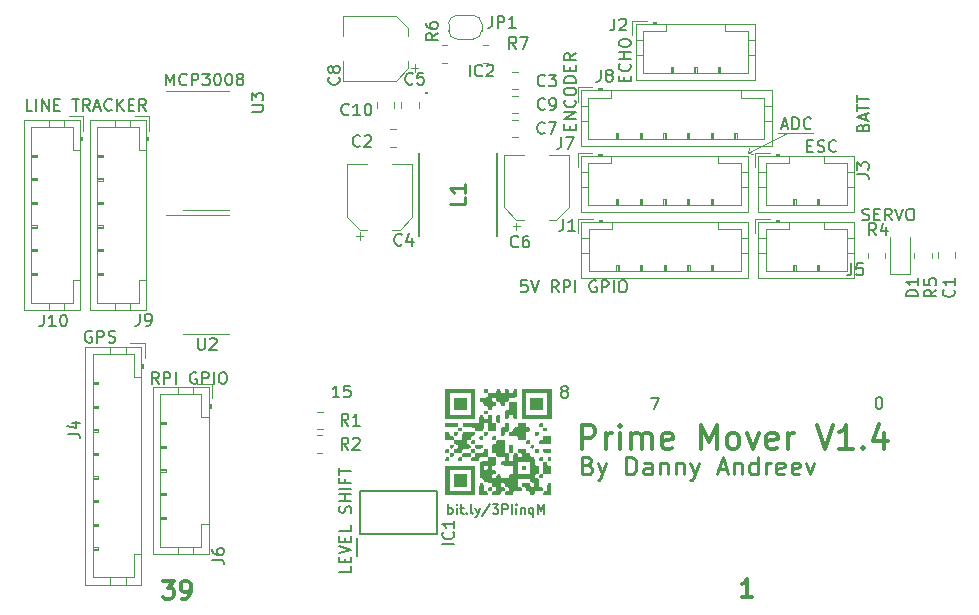
<source format=gbr>
G04 #@! TF.GenerationSoftware,KiCad,Pcbnew,(6.0.1)*
G04 #@! TF.CreationDate,2022-07-27T14:07:59-07:00*
G04 #@! TF.ProjectId,Prime Mover,5072696d-6520-44d6-9f76-65722e6b6963,rev?*
G04 #@! TF.SameCoordinates,Original*
G04 #@! TF.FileFunction,Legend,Top*
G04 #@! TF.FilePolarity,Positive*
%FSLAX46Y46*%
G04 Gerber Fmt 4.6, Leading zero omitted, Abs format (unit mm)*
G04 Created by KiCad (PCBNEW (6.0.1)) date 2022-07-27 14:07:59*
%MOMM*%
%LPD*%
G01*
G04 APERTURE LIST*
%ADD10C,0.150000*%
%ADD11C,0.250000*%
%ADD12C,0.120000*%
%ADD13C,0.300000*%
%ADD14C,0.200000*%
%ADD15C,0.254000*%
G04 APERTURE END LIST*
D10*
X8812857Y-14501904D02*
X8812857Y-13701904D01*
X8812857Y-14006666D02*
X8889047Y-13968571D01*
X9041428Y-13968571D01*
X9117619Y-14006666D01*
X9155714Y-14044761D01*
X9193809Y-14120952D01*
X9193809Y-14349523D01*
X9155714Y-14425714D01*
X9117619Y-14463809D01*
X9041428Y-14501904D01*
X8889047Y-14501904D01*
X8812857Y-14463809D01*
X9536666Y-14501904D02*
X9536666Y-13968571D01*
X9536666Y-13701904D02*
X9498571Y-13740000D01*
X9536666Y-13778095D01*
X9574761Y-13740000D01*
X9536666Y-13701904D01*
X9536666Y-13778095D01*
X9803333Y-13968571D02*
X10108095Y-13968571D01*
X9917619Y-13701904D02*
X9917619Y-14387619D01*
X9955714Y-14463809D01*
X10031904Y-14501904D01*
X10108095Y-14501904D01*
X10374761Y-14425714D02*
X10412857Y-14463809D01*
X10374761Y-14501904D01*
X10336666Y-14463809D01*
X10374761Y-14425714D01*
X10374761Y-14501904D01*
X10870000Y-14501904D02*
X10793809Y-14463809D01*
X10755714Y-14387619D01*
X10755714Y-13701904D01*
X11098571Y-13968571D02*
X11289047Y-14501904D01*
X11479523Y-13968571D02*
X11289047Y-14501904D01*
X11212857Y-14692380D01*
X11174761Y-14730476D01*
X11098571Y-14768571D01*
X12355714Y-13663809D02*
X11669999Y-14692380D01*
X12546190Y-13701904D02*
X13041428Y-13701904D01*
X12774761Y-14006666D01*
X12889047Y-14006666D01*
X12965238Y-14044761D01*
X13003333Y-14082857D01*
X13041428Y-14159047D01*
X13041428Y-14349523D01*
X13003333Y-14425714D01*
X12965238Y-14463809D01*
X12889047Y-14501904D01*
X12660476Y-14501904D01*
X12584285Y-14463809D01*
X12546190Y-14425714D01*
X13384285Y-14501904D02*
X13384285Y-13701904D01*
X13689047Y-13701904D01*
X13765238Y-13740000D01*
X13803333Y-13778095D01*
X13841428Y-13854285D01*
X13841428Y-13968571D01*
X13803333Y-14044761D01*
X13765238Y-14082857D01*
X13689047Y-14120952D01*
X13384285Y-14120952D01*
X14184285Y-14501904D02*
X14184285Y-13701904D01*
X14565238Y-14501904D02*
X14565238Y-13968571D01*
X14565238Y-13701904D02*
X14527142Y-13740000D01*
X14565238Y-13778095D01*
X14603333Y-13740000D01*
X14565238Y-13701904D01*
X14565238Y-13778095D01*
X14946190Y-13968571D02*
X14946190Y-14501904D01*
X14946190Y-14044761D02*
X14984285Y-14006666D01*
X15060476Y-13968571D01*
X15174761Y-13968571D01*
X15250952Y-14006666D01*
X15289047Y-14082857D01*
X15289047Y-14501904D01*
X16012857Y-13968571D02*
X16012857Y-14768571D01*
X16012857Y-14463809D02*
X15936666Y-14501904D01*
X15784285Y-14501904D01*
X15708095Y-14463809D01*
X15669999Y-14425714D01*
X15631904Y-14349523D01*
X15631904Y-14120952D01*
X15669999Y-14044761D01*
X15708095Y-14006666D01*
X15784285Y-13968571D01*
X15936666Y-13968571D01*
X16012857Y-14006666D01*
X16393809Y-14501904D02*
X16393809Y-13701904D01*
X16660476Y-14273333D01*
X16927142Y-13701904D01*
X16927142Y-14501904D01*
D11*
X20588571Y-10372857D02*
X20802857Y-10444285D01*
X20874285Y-10515714D01*
X20945714Y-10658571D01*
X20945714Y-10872857D01*
X20874285Y-11015714D01*
X20802857Y-11087142D01*
X20660000Y-11158571D01*
X20088571Y-11158571D01*
X20088571Y-9658571D01*
X20588571Y-9658571D01*
X20731428Y-9730000D01*
X20802857Y-9801428D01*
X20874285Y-9944285D01*
X20874285Y-10087142D01*
X20802857Y-10230000D01*
X20731428Y-10301428D01*
X20588571Y-10372857D01*
X20088571Y-10372857D01*
X21445714Y-10158571D02*
X21802857Y-11158571D01*
X22160000Y-10158571D02*
X21802857Y-11158571D01*
X21660000Y-11515714D01*
X21588571Y-11587142D01*
X21445714Y-11658571D01*
X23874285Y-11158571D02*
X23874285Y-9658571D01*
X24231428Y-9658571D01*
X24445714Y-9730000D01*
X24588571Y-9872857D01*
X24660000Y-10015714D01*
X24731428Y-10301428D01*
X24731428Y-10515714D01*
X24660000Y-10801428D01*
X24588571Y-10944285D01*
X24445714Y-11087142D01*
X24231428Y-11158571D01*
X23874285Y-11158571D01*
X26017142Y-11158571D02*
X26017142Y-10372857D01*
X25945714Y-10230000D01*
X25802857Y-10158571D01*
X25517142Y-10158571D01*
X25374285Y-10230000D01*
X26017142Y-11087142D02*
X25874285Y-11158571D01*
X25517142Y-11158571D01*
X25374285Y-11087142D01*
X25302857Y-10944285D01*
X25302857Y-10801428D01*
X25374285Y-10658571D01*
X25517142Y-10587142D01*
X25874285Y-10587142D01*
X26017142Y-10515714D01*
X26731428Y-10158571D02*
X26731428Y-11158571D01*
X26731428Y-10301428D02*
X26802857Y-10230000D01*
X26945714Y-10158571D01*
X27160000Y-10158571D01*
X27302857Y-10230000D01*
X27374285Y-10372857D01*
X27374285Y-11158571D01*
X28088571Y-10158571D02*
X28088571Y-11158571D01*
X28088571Y-10301428D02*
X28160000Y-10230000D01*
X28302857Y-10158571D01*
X28517142Y-10158571D01*
X28660000Y-10230000D01*
X28731428Y-10372857D01*
X28731428Y-11158571D01*
X29302857Y-10158571D02*
X29660000Y-11158571D01*
X30017142Y-10158571D02*
X29660000Y-11158571D01*
X29517142Y-11515714D01*
X29445714Y-11587142D01*
X29302857Y-11658571D01*
X31660000Y-10730000D02*
X32374285Y-10730000D01*
X31517142Y-11158571D02*
X32017142Y-9658571D01*
X32517142Y-11158571D01*
X33017142Y-10158571D02*
X33017142Y-11158571D01*
X33017142Y-10301428D02*
X33088571Y-10230000D01*
X33231428Y-10158571D01*
X33445714Y-10158571D01*
X33588571Y-10230000D01*
X33660000Y-10372857D01*
X33660000Y-11158571D01*
X35017142Y-11158571D02*
X35017142Y-9658571D01*
X35017142Y-11087142D02*
X34874285Y-11158571D01*
X34588571Y-11158571D01*
X34445714Y-11087142D01*
X34374285Y-11015714D01*
X34302857Y-10872857D01*
X34302857Y-10444285D01*
X34374285Y-10301428D01*
X34445714Y-10230000D01*
X34588571Y-10158571D01*
X34874285Y-10158571D01*
X35017142Y-10230000D01*
X35731428Y-11158571D02*
X35731428Y-10158571D01*
X35731428Y-10444285D02*
X35802857Y-10301428D01*
X35874285Y-10230000D01*
X36017142Y-10158571D01*
X36160000Y-10158571D01*
X37231428Y-11087142D02*
X37088571Y-11158571D01*
X36802857Y-11158571D01*
X36660000Y-11087142D01*
X36588571Y-10944285D01*
X36588571Y-10372857D01*
X36660000Y-10230000D01*
X36802857Y-10158571D01*
X37088571Y-10158571D01*
X37231428Y-10230000D01*
X37302857Y-10372857D01*
X37302857Y-10515714D01*
X36588571Y-10658571D01*
X38517142Y-11087142D02*
X38374285Y-11158571D01*
X38088571Y-11158571D01*
X37945714Y-11087142D01*
X37874285Y-10944285D01*
X37874285Y-10372857D01*
X37945714Y-10230000D01*
X38088571Y-10158571D01*
X38374285Y-10158571D01*
X38517142Y-10230000D01*
X38588571Y-10372857D01*
X38588571Y-10515714D01*
X37874285Y-10658571D01*
X39088571Y-10158571D02*
X39445714Y-11158571D01*
X39802857Y-10158571D01*
D10*
X-430476Y-4632380D02*
X-1001904Y-4632380D01*
X-716190Y-4632380D02*
X-716190Y-3632380D01*
X-811428Y-3775238D01*
X-906666Y-3870476D01*
X-1001904Y-3918095D01*
X474285Y-3632380D02*
X-1904Y-3632380D01*
X-49523Y-4108571D01*
X-1904Y-4060952D01*
X93333Y-4013333D01*
X331428Y-4013333D01*
X426666Y-4060952D01*
X474285Y-4108571D01*
X521904Y-4203809D01*
X521904Y-4441904D01*
X474285Y-4537142D01*
X426666Y-4584761D01*
X331428Y-4632380D01*
X93333Y-4632380D01*
X-1904Y-4584761D01*
X-49523Y-4537142D01*
X18544761Y-4110952D02*
X18449523Y-4063333D01*
X18401904Y-4015714D01*
X18354285Y-3920476D01*
X18354285Y-3872857D01*
X18401904Y-3777619D01*
X18449523Y-3730000D01*
X18544761Y-3682380D01*
X18735238Y-3682380D01*
X18830476Y-3730000D01*
X18878095Y-3777619D01*
X18925714Y-3872857D01*
X18925714Y-3920476D01*
X18878095Y-4015714D01*
X18830476Y-4063333D01*
X18735238Y-4110952D01*
X18544761Y-4110952D01*
X18449523Y-4158571D01*
X18401904Y-4206190D01*
X18354285Y-4301428D01*
X18354285Y-4491904D01*
X18401904Y-4587142D01*
X18449523Y-4634761D01*
X18544761Y-4682380D01*
X18735238Y-4682380D01*
X18830476Y-4634761D01*
X18878095Y-4587142D01*
X18925714Y-4491904D01*
X18925714Y-4301428D01*
X18878095Y-4206190D01*
X18830476Y-4158571D01*
X18735238Y-4110952D01*
X25956666Y-4652380D02*
X26623333Y-4652380D01*
X26194761Y-5652380D01*
X45222380Y-4612380D02*
X45317619Y-4612380D01*
X45412857Y-4660000D01*
X45460476Y-4707619D01*
X45508095Y-4802857D01*
X45555714Y-4993333D01*
X45555714Y-5231428D01*
X45508095Y-5421904D01*
X45460476Y-5517142D01*
X45412857Y-5564761D01*
X45317619Y-5612380D01*
X45222380Y-5612380D01*
X45127142Y-5564761D01*
X45079523Y-5517142D01*
X45031904Y-5421904D01*
X44984285Y-5231428D01*
X44984285Y-4993333D01*
X45031904Y-4802857D01*
X45079523Y-4707619D01*
X45127142Y-4660000D01*
X45222380Y-4612380D01*
X43918571Y18220952D02*
X43966190Y18363809D01*
X44013809Y18411428D01*
X44109047Y18459047D01*
X44251904Y18459047D01*
X44347142Y18411428D01*
X44394761Y18363809D01*
X44442380Y18268571D01*
X44442380Y17887619D01*
X43442380Y17887619D01*
X43442380Y18220952D01*
X43490000Y18316190D01*
X43537619Y18363809D01*
X43632857Y18411428D01*
X43728095Y18411428D01*
X43823333Y18363809D01*
X43870952Y18316190D01*
X43918571Y18220952D01*
X43918571Y17887619D01*
X44156666Y18840000D02*
X44156666Y19316190D01*
X44442380Y18744761D02*
X43442380Y19078095D01*
X44442380Y19411428D01*
X43442380Y19601904D02*
X43442380Y20173333D01*
X44442380Y19887619D02*
X43442380Y19887619D01*
X43442380Y20363809D02*
X43442380Y20935238D01*
X44442380Y20649523D02*
X43442380Y20649523D01*
D12*
X36720000Y17760000D02*
X39700000Y17760000D01*
X34150000Y16050000D02*
X34580000Y15940000D01*
X34150000Y16050000D02*
X34290000Y16490000D01*
X37450000Y17760000D02*
X34150000Y16050000D01*
D10*
X37031904Y18353333D02*
X37508095Y18353333D01*
X36936666Y18067619D02*
X37270000Y19067619D01*
X37603333Y18067619D01*
X37936666Y18067619D02*
X37936666Y19067619D01*
X38174761Y19067619D01*
X38317619Y19020000D01*
X38412857Y18924761D01*
X38460476Y18829523D01*
X38508095Y18639047D01*
X38508095Y18496190D01*
X38460476Y18305714D01*
X38412857Y18210476D01*
X38317619Y18115238D01*
X38174761Y18067619D01*
X37936666Y18067619D01*
X39508095Y18162857D02*
X39460476Y18115238D01*
X39317619Y18067619D01*
X39222380Y18067619D01*
X39079523Y18115238D01*
X38984285Y18210476D01*
X38936666Y18305714D01*
X38889047Y18496190D01*
X38889047Y18639047D01*
X38936666Y18829523D01*
X38984285Y18924761D01*
X39079523Y19020000D01*
X39222380Y19067619D01*
X39317619Y19067619D01*
X39460476Y19020000D01*
X39508095Y18972380D01*
X15467619Y5267619D02*
X14991428Y5267619D01*
X14943809Y4791428D01*
X14991428Y4839047D01*
X15086666Y4886666D01*
X15324761Y4886666D01*
X15420000Y4839047D01*
X15467619Y4791428D01*
X15515238Y4696190D01*
X15515238Y4458095D01*
X15467619Y4362857D01*
X15420000Y4315238D01*
X15324761Y4267619D01*
X15086666Y4267619D01*
X14991428Y4315238D01*
X14943809Y4362857D01*
X15800952Y5267619D02*
X16134285Y4267619D01*
X16467619Y5267619D01*
X18134285Y4267619D02*
X17800952Y4743809D01*
X17562857Y4267619D02*
X17562857Y5267619D01*
X17943809Y5267619D01*
X18039047Y5220000D01*
X18086666Y5172380D01*
X18134285Y5077142D01*
X18134285Y4934285D01*
X18086666Y4839047D01*
X18039047Y4791428D01*
X17943809Y4743809D01*
X17562857Y4743809D01*
X18562857Y4267619D02*
X18562857Y5267619D01*
X18943809Y5267619D01*
X19039047Y5220000D01*
X19086666Y5172380D01*
X19134285Y5077142D01*
X19134285Y4934285D01*
X19086666Y4839047D01*
X19039047Y4791428D01*
X18943809Y4743809D01*
X18562857Y4743809D01*
X19562857Y4267619D02*
X19562857Y5267619D01*
X21324761Y5220000D02*
X21229523Y5267619D01*
X21086666Y5267619D01*
X20943809Y5220000D01*
X20848571Y5124761D01*
X20800952Y5029523D01*
X20753333Y4839047D01*
X20753333Y4696190D01*
X20800952Y4505714D01*
X20848571Y4410476D01*
X20943809Y4315238D01*
X21086666Y4267619D01*
X21181904Y4267619D01*
X21324761Y4315238D01*
X21372380Y4362857D01*
X21372380Y4696190D01*
X21181904Y4696190D01*
X21800952Y4267619D02*
X21800952Y5267619D01*
X22181904Y5267619D01*
X22277142Y5220000D01*
X22324761Y5172380D01*
X22372380Y5077142D01*
X22372380Y4934285D01*
X22324761Y4839047D01*
X22277142Y4791428D01*
X22181904Y4743809D01*
X21800952Y4743809D01*
X22800952Y4267619D02*
X22800952Y5267619D01*
X23467619Y5267619D02*
X23658095Y5267619D01*
X23753333Y5220000D01*
X23848571Y5124761D01*
X23896190Y4934285D01*
X23896190Y4600952D01*
X23848571Y4410476D01*
X23753333Y4315238D01*
X23658095Y4267619D01*
X23467619Y4267619D01*
X23372380Y4315238D01*
X23277142Y4410476D01*
X23229523Y4600952D01*
X23229523Y4934285D01*
X23277142Y5124761D01*
X23372380Y5220000D01*
X23467619Y5267619D01*
X43869523Y10405238D02*
X44012380Y10357619D01*
X44250476Y10357619D01*
X44345714Y10405238D01*
X44393333Y10452857D01*
X44440952Y10548095D01*
X44440952Y10643333D01*
X44393333Y10738571D01*
X44345714Y10786190D01*
X44250476Y10833809D01*
X44060000Y10881428D01*
X43964761Y10929047D01*
X43917142Y10976666D01*
X43869523Y11071904D01*
X43869523Y11167142D01*
X43917142Y11262380D01*
X43964761Y11310000D01*
X44060000Y11357619D01*
X44298095Y11357619D01*
X44440952Y11310000D01*
X44869523Y10881428D02*
X45202857Y10881428D01*
X45345714Y10357619D02*
X44869523Y10357619D01*
X44869523Y11357619D01*
X45345714Y11357619D01*
X46345714Y10357619D02*
X46012380Y10833809D01*
X45774285Y10357619D02*
X45774285Y11357619D01*
X46155238Y11357619D01*
X46250476Y11310000D01*
X46298095Y11262380D01*
X46345714Y11167142D01*
X46345714Y11024285D01*
X46298095Y10929047D01*
X46250476Y10881428D01*
X46155238Y10833809D01*
X45774285Y10833809D01*
X46631428Y11357619D02*
X46964761Y10357619D01*
X47298095Y11357619D01*
X47821904Y11357619D02*
X48012380Y11357619D01*
X48107619Y11310000D01*
X48202857Y11214761D01*
X48250476Y11024285D01*
X48250476Y10690952D01*
X48202857Y10500476D01*
X48107619Y10405238D01*
X48012380Y10357619D01*
X47821904Y10357619D01*
X47726666Y10405238D01*
X47631428Y10500476D01*
X47583809Y10690952D01*
X47583809Y11024285D01*
X47631428Y11214761D01*
X47726666Y11310000D01*
X47821904Y11357619D01*
X39209523Y16661428D02*
X39542857Y16661428D01*
X39685714Y16137619D02*
X39209523Y16137619D01*
X39209523Y17137619D01*
X39685714Y17137619D01*
X40066666Y16185238D02*
X40209523Y16137619D01*
X40447619Y16137619D01*
X40542857Y16185238D01*
X40590476Y16232857D01*
X40638095Y16328095D01*
X40638095Y16423333D01*
X40590476Y16518571D01*
X40542857Y16566190D01*
X40447619Y16613809D01*
X40257142Y16661428D01*
X40161904Y16709047D01*
X40114285Y16756666D01*
X40066666Y16851904D01*
X40066666Y16947142D01*
X40114285Y17042380D01*
X40161904Y17090000D01*
X40257142Y17137619D01*
X40495238Y17137619D01*
X40638095Y17090000D01*
X41638095Y16232857D02*
X41590476Y16185238D01*
X41447619Y16137619D01*
X41352380Y16137619D01*
X41209523Y16185238D01*
X41114285Y16280476D01*
X41066666Y16375714D01*
X41019047Y16566190D01*
X41019047Y16709047D01*
X41066666Y16899523D01*
X41114285Y16994761D01*
X41209523Y17090000D01*
X41352380Y17137619D01*
X41447619Y17137619D01*
X41590476Y17090000D01*
X41638095Y17042380D01*
X19088571Y18025714D02*
X19088571Y18359047D01*
X19612380Y18501904D02*
X19612380Y18025714D01*
X18612380Y18025714D01*
X18612380Y18501904D01*
X19612380Y18930476D02*
X18612380Y18930476D01*
X19612380Y19501904D01*
X18612380Y19501904D01*
X19517142Y20549523D02*
X19564761Y20501904D01*
X19612380Y20359047D01*
X19612380Y20263809D01*
X19564761Y20120952D01*
X19469523Y20025714D01*
X19374285Y19978095D01*
X19183809Y19930476D01*
X19040952Y19930476D01*
X18850476Y19978095D01*
X18755238Y20025714D01*
X18660000Y20120952D01*
X18612380Y20263809D01*
X18612380Y20359047D01*
X18660000Y20501904D01*
X18707619Y20549523D01*
X18612380Y21168571D02*
X18612380Y21359047D01*
X18660000Y21454285D01*
X18755238Y21549523D01*
X18945714Y21597142D01*
X19279047Y21597142D01*
X19469523Y21549523D01*
X19564761Y21454285D01*
X19612380Y21359047D01*
X19612380Y21168571D01*
X19564761Y21073333D01*
X19469523Y20978095D01*
X19279047Y20930476D01*
X18945714Y20930476D01*
X18755238Y20978095D01*
X18660000Y21073333D01*
X18612380Y21168571D01*
X19612380Y22025714D02*
X18612380Y22025714D01*
X18612380Y22263809D01*
X18660000Y22406666D01*
X18755238Y22501904D01*
X18850476Y22549523D01*
X19040952Y22597142D01*
X19183809Y22597142D01*
X19374285Y22549523D01*
X19469523Y22501904D01*
X19564761Y22406666D01*
X19612380Y22263809D01*
X19612380Y22025714D01*
X19088571Y23025714D02*
X19088571Y23359047D01*
X19612380Y23501904D02*
X19612380Y23025714D01*
X18612380Y23025714D01*
X18612380Y23501904D01*
X19612380Y24501904D02*
X19136190Y24168571D01*
X19612380Y23930476D02*
X18612380Y23930476D01*
X18612380Y24311428D01*
X18660000Y24406666D01*
X18707619Y24454285D01*
X18802857Y24501904D01*
X18945714Y24501904D01*
X19040952Y24454285D01*
X19088571Y24406666D01*
X19136190Y24311428D01*
X19136190Y23930476D01*
X23718571Y22128095D02*
X23718571Y22461428D01*
X24242380Y22604285D02*
X24242380Y22128095D01*
X23242380Y22128095D01*
X23242380Y22604285D01*
X24147142Y23604285D02*
X24194761Y23556666D01*
X24242380Y23413809D01*
X24242380Y23318571D01*
X24194761Y23175714D01*
X24099523Y23080476D01*
X24004285Y23032857D01*
X23813809Y22985238D01*
X23670952Y22985238D01*
X23480476Y23032857D01*
X23385238Y23080476D01*
X23290000Y23175714D01*
X23242380Y23318571D01*
X23242380Y23413809D01*
X23290000Y23556666D01*
X23337619Y23604285D01*
X24242380Y24032857D02*
X23242380Y24032857D01*
X23718571Y24032857D02*
X23718571Y24604285D01*
X24242380Y24604285D02*
X23242380Y24604285D01*
X23242380Y25270952D02*
X23242380Y25461428D01*
X23290000Y25556666D01*
X23385238Y25651904D01*
X23575714Y25699523D01*
X23909047Y25699523D01*
X24099523Y25651904D01*
X24194761Y25556666D01*
X24242380Y25461428D01*
X24242380Y25270952D01*
X24194761Y25175714D01*
X24099523Y25080476D01*
X23909047Y25032857D01*
X23575714Y25032857D01*
X23385238Y25080476D01*
X23290000Y25175714D01*
X23242380Y25270952D01*
X572380Y-18947142D02*
X572380Y-19423333D01*
X-427619Y-19423333D01*
X48571Y-18613809D02*
X48571Y-18280476D01*
X572380Y-18137619D02*
X572380Y-18613809D01*
X-427619Y-18613809D01*
X-427619Y-18137619D01*
X-427619Y-17851904D02*
X572380Y-17518571D01*
X-427619Y-17185238D01*
X48571Y-16851904D02*
X48571Y-16518571D01*
X572380Y-16375714D02*
X572380Y-16851904D01*
X-427619Y-16851904D01*
X-427619Y-16375714D01*
X572380Y-15470952D02*
X572380Y-15947142D01*
X-427619Y-15947142D01*
X524761Y-14423333D02*
X572380Y-14280476D01*
X572380Y-14042380D01*
X524761Y-13947142D01*
X477142Y-13899523D01*
X381904Y-13851904D01*
X286666Y-13851904D01*
X191428Y-13899523D01*
X143809Y-13947142D01*
X96190Y-14042380D01*
X48571Y-14232857D01*
X952Y-14328095D01*
X-46666Y-14375714D01*
X-141904Y-14423333D01*
X-237142Y-14423333D01*
X-332380Y-14375714D01*
X-379999Y-14328095D01*
X-427619Y-14232857D01*
X-427619Y-13994761D01*
X-379999Y-13851904D01*
X572380Y-13423333D02*
X-427619Y-13423333D01*
X48571Y-13423333D02*
X48571Y-12851904D01*
X572380Y-12851904D02*
X-427619Y-12851904D01*
X572380Y-12375714D02*
X-427619Y-12375714D01*
X48571Y-11566190D02*
X48571Y-11899523D01*
X572380Y-11899523D02*
X-427619Y-11899523D01*
X-427619Y-11423333D01*
X-427619Y-11185238D02*
X-427619Y-10613809D01*
X572380Y-10899523D02*
X-427619Y-10899523D01*
X-15721428Y-3492380D02*
X-16054761Y-3016190D01*
X-16292857Y-3492380D02*
X-16292857Y-2492380D01*
X-15911904Y-2492380D01*
X-15816666Y-2540000D01*
X-15769047Y-2587619D01*
X-15721428Y-2682857D01*
X-15721428Y-2825714D01*
X-15769047Y-2920952D01*
X-15816666Y-2968571D01*
X-15911904Y-3016190D01*
X-16292857Y-3016190D01*
X-15292857Y-3492380D02*
X-15292857Y-2492380D01*
X-14911904Y-2492380D01*
X-14816666Y-2540000D01*
X-14769047Y-2587619D01*
X-14721428Y-2682857D01*
X-14721428Y-2825714D01*
X-14769047Y-2920952D01*
X-14816666Y-2968571D01*
X-14911904Y-3016190D01*
X-15292857Y-3016190D01*
X-14292857Y-3492380D02*
X-14292857Y-2492380D01*
X-12530952Y-2540000D02*
X-12626190Y-2492380D01*
X-12769047Y-2492380D01*
X-12911904Y-2540000D01*
X-13007142Y-2635238D01*
X-13054761Y-2730476D01*
X-13102380Y-2920952D01*
X-13102380Y-3063809D01*
X-13054761Y-3254285D01*
X-13007142Y-3349523D01*
X-12911904Y-3444761D01*
X-12769047Y-3492380D01*
X-12673809Y-3492380D01*
X-12530952Y-3444761D01*
X-12483333Y-3397142D01*
X-12483333Y-3063809D01*
X-12673809Y-3063809D01*
X-12054761Y-3492380D02*
X-12054761Y-2492380D01*
X-11673809Y-2492380D01*
X-11578571Y-2540000D01*
X-11530952Y-2587619D01*
X-11483333Y-2682857D01*
X-11483333Y-2825714D01*
X-11530952Y-2920952D01*
X-11578571Y-2968571D01*
X-11673809Y-3016190D01*
X-12054761Y-3016190D01*
X-11054761Y-3492380D02*
X-11054761Y-2492380D01*
X-10388095Y-2492380D02*
X-10197619Y-2492380D01*
X-10102380Y-2540000D01*
X-10007142Y-2635238D01*
X-9959523Y-2825714D01*
X-9959523Y-3159047D01*
X-10007142Y-3349523D01*
X-10102380Y-3444761D01*
X-10197619Y-3492380D01*
X-10388095Y-3492380D01*
X-10483333Y-3444761D01*
X-10578571Y-3349523D01*
X-10626190Y-3159047D01*
X-10626190Y-2825714D01*
X-10578571Y-2635238D01*
X-10483333Y-2540000D01*
X-10388095Y-2492380D01*
X-21394285Y960000D02*
X-21489523Y1007619D01*
X-21632380Y1007619D01*
X-21775238Y960000D01*
X-21870476Y864761D01*
X-21918095Y769523D01*
X-21965714Y579047D01*
X-21965714Y436190D01*
X-21918095Y245714D01*
X-21870476Y150476D01*
X-21775238Y55238D01*
X-21632380Y7619D01*
X-21537142Y7619D01*
X-21394285Y55238D01*
X-21346666Y102857D01*
X-21346666Y436190D01*
X-21537142Y436190D01*
X-20918095Y7619D02*
X-20918095Y1007619D01*
X-20537142Y1007619D01*
X-20441904Y960000D01*
X-20394285Y912380D01*
X-20346666Y817142D01*
X-20346666Y674285D01*
X-20394285Y579047D01*
X-20441904Y531428D01*
X-20537142Y483809D01*
X-20918095Y483809D01*
X-19965714Y55238D02*
X-19822857Y7619D01*
X-19584761Y7619D01*
X-19489523Y55238D01*
X-19441904Y102857D01*
X-19394285Y198095D01*
X-19394285Y293333D01*
X-19441904Y388571D01*
X-19489523Y436190D01*
X-19584761Y483809D01*
X-19775238Y531428D01*
X-19870476Y579047D01*
X-19918095Y626666D01*
X-19965714Y721904D01*
X-19965714Y817142D01*
X-19918095Y912380D01*
X-19870476Y960000D01*
X-19775238Y1007619D01*
X-19537142Y1007619D01*
X-19394285Y960000D01*
X-26407619Y19637619D02*
X-26883809Y19637619D01*
X-26883809Y20637619D01*
X-26074285Y19637619D02*
X-26074285Y20637619D01*
X-25598095Y19637619D02*
X-25598095Y20637619D01*
X-25026666Y19637619D01*
X-25026666Y20637619D01*
X-24550476Y20161428D02*
X-24217142Y20161428D01*
X-24074285Y19637619D02*
X-24550476Y19637619D01*
X-24550476Y20637619D01*
X-24074285Y20637619D01*
X-23026666Y20637619D02*
X-22455238Y20637619D01*
X-22740952Y19637619D02*
X-22740952Y20637619D01*
X-21550476Y19637619D02*
X-21883809Y20113809D01*
X-22121904Y19637619D02*
X-22121904Y20637619D01*
X-21740952Y20637619D01*
X-21645714Y20590000D01*
X-21598095Y20542380D01*
X-21550476Y20447142D01*
X-21550476Y20304285D01*
X-21598095Y20209047D01*
X-21645714Y20161428D01*
X-21740952Y20113809D01*
X-22121904Y20113809D01*
X-21169523Y19923333D02*
X-20693333Y19923333D01*
X-21264761Y19637619D02*
X-20931428Y20637619D01*
X-20598095Y19637619D01*
X-19693333Y19732857D02*
X-19740952Y19685238D01*
X-19883809Y19637619D01*
X-19979047Y19637619D01*
X-20121904Y19685238D01*
X-20217142Y19780476D01*
X-20264761Y19875714D01*
X-20312380Y20066190D01*
X-20312380Y20209047D01*
X-20264761Y20399523D01*
X-20217142Y20494761D01*
X-20121904Y20590000D01*
X-19979047Y20637619D01*
X-19883809Y20637619D01*
X-19740952Y20590000D01*
X-19693333Y20542380D01*
X-19264761Y19637619D02*
X-19264761Y20637619D01*
X-18693333Y19637619D02*
X-19121904Y20209047D01*
X-18693333Y20637619D02*
X-19264761Y20066190D01*
X-18264761Y20161428D02*
X-17931428Y20161428D01*
X-17788571Y19637619D02*
X-18264761Y19637619D01*
X-18264761Y20637619D01*
X-17788571Y20637619D01*
X-16788571Y19637619D02*
X-17121904Y20113809D01*
X-17360000Y19637619D02*
X-17360000Y20637619D01*
X-16979047Y20637619D01*
X-16883809Y20590000D01*
X-16836190Y20542380D01*
X-16788571Y20447142D01*
X-16788571Y20304285D01*
X-16836190Y20209047D01*
X-16883809Y20161428D01*
X-16979047Y20113809D01*
X-17360000Y20113809D01*
X-15068095Y21787619D02*
X-15068095Y22787619D01*
X-14734761Y22073333D01*
X-14401428Y22787619D01*
X-14401428Y21787619D01*
X-13353809Y21882857D02*
X-13401428Y21835238D01*
X-13544285Y21787619D01*
X-13639523Y21787619D01*
X-13782380Y21835238D01*
X-13877619Y21930476D01*
X-13925238Y22025714D01*
X-13972857Y22216190D01*
X-13972857Y22359047D01*
X-13925238Y22549523D01*
X-13877619Y22644761D01*
X-13782380Y22740000D01*
X-13639523Y22787619D01*
X-13544285Y22787619D01*
X-13401428Y22740000D01*
X-13353809Y22692380D01*
X-12925238Y21787619D02*
X-12925238Y22787619D01*
X-12544285Y22787619D01*
X-12449047Y22740000D01*
X-12401428Y22692380D01*
X-12353809Y22597142D01*
X-12353809Y22454285D01*
X-12401428Y22359047D01*
X-12449047Y22311428D01*
X-12544285Y22263809D01*
X-12925238Y22263809D01*
X-12020476Y22787619D02*
X-11401428Y22787619D01*
X-11734761Y22406666D01*
X-11591904Y22406666D01*
X-11496666Y22359047D01*
X-11449047Y22311428D01*
X-11401428Y22216190D01*
X-11401428Y21978095D01*
X-11449047Y21882857D01*
X-11496666Y21835238D01*
X-11591904Y21787619D01*
X-11877619Y21787619D01*
X-11972857Y21835238D01*
X-12020476Y21882857D01*
X-10782380Y22787619D02*
X-10687142Y22787619D01*
X-10591904Y22740000D01*
X-10544285Y22692380D01*
X-10496666Y22597142D01*
X-10449047Y22406666D01*
X-10449047Y22168571D01*
X-10496666Y21978095D01*
X-10544285Y21882857D01*
X-10591904Y21835238D01*
X-10687142Y21787619D01*
X-10782380Y21787619D01*
X-10877619Y21835238D01*
X-10925238Y21882857D01*
X-10972857Y21978095D01*
X-11020476Y22168571D01*
X-11020476Y22406666D01*
X-10972857Y22597142D01*
X-10925238Y22692380D01*
X-10877619Y22740000D01*
X-10782380Y22787619D01*
X-9830000Y22787619D02*
X-9734761Y22787619D01*
X-9639523Y22740000D01*
X-9591904Y22692380D01*
X-9544285Y22597142D01*
X-9496666Y22406666D01*
X-9496666Y22168571D01*
X-9544285Y21978095D01*
X-9591904Y21882857D01*
X-9639523Y21835238D01*
X-9734761Y21787619D01*
X-9830000Y21787619D01*
X-9925238Y21835238D01*
X-9972857Y21882857D01*
X-10020476Y21978095D01*
X-10068095Y22168571D01*
X-10068095Y22406666D01*
X-10020476Y22597142D01*
X-9972857Y22692380D01*
X-9925238Y22740000D01*
X-9830000Y22787619D01*
X-8925238Y22359047D02*
X-9020476Y22406666D01*
X-9068095Y22454285D01*
X-9115714Y22549523D01*
X-9115714Y22597142D01*
X-9068095Y22692380D01*
X-9020476Y22740000D01*
X-8925238Y22787619D01*
X-8734761Y22787619D01*
X-8639523Y22740000D01*
X-8591904Y22692380D01*
X-8544285Y22597142D01*
X-8544285Y22549523D01*
X-8591904Y22454285D01*
X-8639523Y22406666D01*
X-8734761Y22359047D01*
X-8925238Y22359047D01*
X-9020476Y22311428D01*
X-9068095Y22263809D01*
X-9115714Y22168571D01*
X-9115714Y21978095D01*
X-9068095Y21882857D01*
X-9020476Y21835238D01*
X-8925238Y21787619D01*
X-8734761Y21787619D01*
X-8639523Y21835238D01*
X-8591904Y21882857D01*
X-8544285Y21978095D01*
X-8544285Y22168571D01*
X-8591904Y22263809D01*
X-8639523Y22311428D01*
X-8734761Y22359047D01*
D13*
X20112857Y-8984761D02*
X20112857Y-6984761D01*
X20874761Y-6984761D01*
X21065238Y-7080000D01*
X21160476Y-7175238D01*
X21255714Y-7365714D01*
X21255714Y-7651428D01*
X21160476Y-7841904D01*
X21065238Y-7937142D01*
X20874761Y-8032380D01*
X20112857Y-8032380D01*
X22112857Y-8984761D02*
X22112857Y-7651428D01*
X22112857Y-8032380D02*
X22208095Y-7841904D01*
X22303333Y-7746666D01*
X22493809Y-7651428D01*
X22684285Y-7651428D01*
X23350952Y-8984761D02*
X23350952Y-7651428D01*
X23350952Y-6984761D02*
X23255714Y-7080000D01*
X23350952Y-7175238D01*
X23446190Y-7080000D01*
X23350952Y-6984761D01*
X23350952Y-7175238D01*
X24303333Y-8984761D02*
X24303333Y-7651428D01*
X24303333Y-7841904D02*
X24398571Y-7746666D01*
X24589047Y-7651428D01*
X24874761Y-7651428D01*
X25065238Y-7746666D01*
X25160476Y-7937142D01*
X25160476Y-8984761D01*
X25160476Y-7937142D02*
X25255714Y-7746666D01*
X25446190Y-7651428D01*
X25731904Y-7651428D01*
X25922380Y-7746666D01*
X26017619Y-7937142D01*
X26017619Y-8984761D01*
X27731904Y-8889523D02*
X27541428Y-8984761D01*
X27160476Y-8984761D01*
X26969999Y-8889523D01*
X26874761Y-8699047D01*
X26874761Y-7937142D01*
X26969999Y-7746666D01*
X27160476Y-7651428D01*
X27541428Y-7651428D01*
X27731904Y-7746666D01*
X27827142Y-7937142D01*
X27827142Y-8127619D01*
X26874761Y-8318095D01*
X30208095Y-8984761D02*
X30208095Y-6984761D01*
X30874761Y-8413333D01*
X31541428Y-6984761D01*
X31541428Y-8984761D01*
X32779523Y-8984761D02*
X32589047Y-8889523D01*
X32493809Y-8794285D01*
X32398571Y-8603809D01*
X32398571Y-8032380D01*
X32493809Y-7841904D01*
X32589047Y-7746666D01*
X32779523Y-7651428D01*
X33065238Y-7651428D01*
X33255714Y-7746666D01*
X33350952Y-7841904D01*
X33446190Y-8032380D01*
X33446190Y-8603809D01*
X33350952Y-8794285D01*
X33255714Y-8889523D01*
X33065238Y-8984761D01*
X32779523Y-8984761D01*
X34112857Y-7651428D02*
X34589047Y-8984761D01*
X35065238Y-7651428D01*
X36589047Y-8889523D02*
X36398571Y-8984761D01*
X36017619Y-8984761D01*
X35827142Y-8889523D01*
X35731904Y-8699047D01*
X35731904Y-7937142D01*
X35827142Y-7746666D01*
X36017619Y-7651428D01*
X36398571Y-7651428D01*
X36589047Y-7746666D01*
X36684285Y-7937142D01*
X36684285Y-8127619D01*
X35731904Y-8318095D01*
X37541428Y-8984761D02*
X37541428Y-7651428D01*
X37541428Y-8032380D02*
X37636666Y-7841904D01*
X37731904Y-7746666D01*
X37922380Y-7651428D01*
X38112857Y-7651428D01*
X40017619Y-6984761D02*
X40684285Y-8984761D01*
X41350952Y-6984761D01*
X43065238Y-8984761D02*
X41922380Y-8984761D01*
X42493809Y-8984761D02*
X42493809Y-6984761D01*
X42303333Y-7270476D01*
X42112857Y-7460952D01*
X41922380Y-7556190D01*
X43922380Y-8794285D02*
X44017619Y-8889523D01*
X43922380Y-8984761D01*
X43827142Y-8889523D01*
X43922380Y-8794285D01*
X43922380Y-8984761D01*
X45731904Y-7651428D02*
X45731904Y-8984761D01*
X45255714Y-6889523D02*
X44779523Y-8318095D01*
X46017619Y-8318095D01*
X-15364285Y-20168571D02*
X-14435714Y-20168571D01*
X-14935714Y-20740000D01*
X-14721428Y-20740000D01*
X-14578571Y-20811428D01*
X-14507142Y-20882857D01*
X-14435714Y-21025714D01*
X-14435714Y-21382857D01*
X-14507142Y-21525714D01*
X-14578571Y-21597142D01*
X-14721428Y-21668571D01*
X-15150000Y-21668571D01*
X-15292857Y-21597142D01*
X-15364285Y-21525714D01*
X-13721428Y-21668571D02*
X-13435714Y-21668571D01*
X-13292857Y-21597142D01*
X-13221428Y-21525714D01*
X-13078571Y-21311428D01*
X-13007142Y-21025714D01*
X-13007142Y-20454285D01*
X-13078571Y-20311428D01*
X-13150000Y-20240000D01*
X-13292857Y-20168571D01*
X-13578571Y-20168571D01*
X-13721428Y-20240000D01*
X-13792857Y-20311428D01*
X-13864285Y-20454285D01*
X-13864285Y-20811428D01*
X-13792857Y-20954285D01*
X-13721428Y-21025714D01*
X-13578571Y-21097142D01*
X-13292857Y-21097142D01*
X-13150000Y-21025714D01*
X-13078571Y-20954285D01*
X-13007142Y-20811428D01*
X34528571Y-21508571D02*
X33671428Y-21508571D01*
X34100000Y-21508571D02*
X34100000Y-20008571D01*
X33957142Y-20222857D01*
X33814285Y-20365714D01*
X33671428Y-20437142D01*
D14*
X9292380Y-17086190D02*
X8292380Y-17086190D01*
X9197142Y-16038571D02*
X9244761Y-16086190D01*
X9292380Y-16229047D01*
X9292380Y-16324285D01*
X9244761Y-16467142D01*
X9149523Y-16562380D01*
X9054285Y-16610000D01*
X8863809Y-16657619D01*
X8720952Y-16657619D01*
X8530476Y-16610000D01*
X8435238Y-16562380D01*
X8340000Y-16467142D01*
X8292380Y-16324285D01*
X8292380Y-16229047D01*
X8340000Y-16086190D01*
X8387619Y-16038571D01*
X9292380Y-15086190D02*
X9292380Y-15657619D01*
X9292380Y-15371904D02*
X8292380Y-15371904D01*
X8435238Y-15467142D01*
X8530476Y-15562380D01*
X8578095Y-15657619D01*
D10*
X333333Y-9062380D02*
X0Y-8586190D01*
X-238095Y-9062380D02*
X-238095Y-8062380D01*
X142857Y-8062380D01*
X238095Y-8110000D01*
X285714Y-8157619D01*
X333333Y-8252857D01*
X333333Y-8395714D01*
X285714Y-8490952D01*
X238095Y-8538571D01*
X142857Y-8586190D01*
X-238095Y-8586190D01*
X714285Y-8157619D02*
X761904Y-8110000D01*
X857142Y-8062380D01*
X1095238Y-8062380D01*
X1190476Y-8110000D01*
X1238095Y-8157619D01*
X1285714Y-8252857D01*
X1285714Y-8348095D01*
X1238095Y-8490952D01*
X666666Y-9062380D01*
X1285714Y-9062380D01*
X-7857619Y19568095D02*
X-7048095Y19568095D01*
X-6952857Y19615714D01*
X-6905238Y19663333D01*
X-6857619Y19758571D01*
X-6857619Y19949047D01*
X-6905238Y20044285D01*
X-6952857Y20091904D01*
X-7048095Y20139523D01*
X-7857619Y20139523D01*
X-7857619Y20520476D02*
X-7857619Y21139523D01*
X-7476666Y20806190D01*
X-7476666Y20949047D01*
X-7429047Y21044285D01*
X-7381428Y21091904D01*
X-7286190Y21139523D01*
X-7048095Y21139523D01*
X-6952857Y21091904D01*
X-6905238Y21044285D01*
X-6857619Y20949047D01*
X-6857619Y20663333D01*
X-6905238Y20568095D01*
X-6952857Y20520476D01*
X18536666Y10477619D02*
X18536666Y9763333D01*
X18489047Y9620476D01*
X18393809Y9525238D01*
X18250952Y9477619D01*
X18155714Y9477619D01*
X19536666Y9477619D02*
X18965238Y9477619D01*
X19250952Y9477619D02*
X19250952Y10477619D01*
X19155714Y10334761D01*
X19060476Y10239523D01*
X18965238Y10191904D01*
X18356666Y17397619D02*
X18356666Y16683333D01*
X18309047Y16540476D01*
X18213809Y16445238D01*
X18070952Y16397619D01*
X17975714Y16397619D01*
X18737619Y17397619D02*
X19404285Y17397619D01*
X18975714Y16397619D01*
X12506666Y27657619D02*
X12506666Y26943333D01*
X12459047Y26800476D01*
X12363809Y26705238D01*
X12220952Y26657619D01*
X12125714Y26657619D01*
X12982857Y26657619D02*
X12982857Y27657619D01*
X13363809Y27657619D01*
X13459047Y27610000D01*
X13506666Y27562380D01*
X13554285Y27467142D01*
X13554285Y27324285D01*
X13506666Y27229047D01*
X13459047Y27181428D01*
X13363809Y27133809D01*
X12982857Y27133809D01*
X14506666Y26657619D02*
X13935238Y26657619D01*
X14220952Y26657619D02*
X14220952Y27657619D01*
X14125714Y27514761D01*
X14030476Y27419523D01*
X13935238Y27371904D01*
X-23407619Y-7693333D02*
X-22693333Y-7693333D01*
X-22550476Y-7740952D01*
X-22455238Y-7836190D01*
X-22407619Y-7979047D01*
X-22407619Y-8074285D01*
X-23074285Y-6788571D02*
X-22407619Y-6788571D01*
X-23455238Y-7026666D02*
X-22740952Y-7264761D01*
X-22740952Y-6645714D01*
D15*
X10194523Y12348333D02*
X10194523Y11743571D01*
X8924523Y11743571D01*
X10194523Y13436904D02*
X10194523Y12711190D01*
X10194523Y13074047D02*
X8924523Y13074047D01*
X9105952Y12953095D01*
X9226904Y12832142D01*
X9287380Y12711190D01*
D10*
X-12391904Y377619D02*
X-12391904Y-431904D01*
X-12344285Y-527142D01*
X-12296666Y-574761D01*
X-12201428Y-622380D01*
X-12010952Y-622380D01*
X-11915714Y-574761D01*
X-11868095Y-527142D01*
X-11820476Y-431904D01*
X-11820476Y377619D01*
X-11391904Y282380D02*
X-11344285Y330000D01*
X-11249047Y377619D01*
X-11010952Y377619D01*
X-10915714Y330000D01*
X-10868095Y282380D01*
X-10820476Y187142D01*
X-10820476Y91904D01*
X-10868095Y-50952D01*
X-11439523Y-622380D01*
X-10820476Y-622380D01*
X333333Y-7022380D02*
X0Y-6546190D01*
X-238095Y-7022380D02*
X-238095Y-6022380D01*
X142857Y-6022380D01*
X238095Y-6070000D01*
X285714Y-6117619D01*
X333333Y-6212857D01*
X333333Y-6355714D01*
X285714Y-6450952D01*
X238095Y-6498571D01*
X142857Y-6546190D01*
X-238095Y-6546190D01*
X1285714Y-7022380D02*
X714285Y-7022380D01*
X999999Y-7022380D02*
X999999Y-6022380D01*
X904761Y-6165238D01*
X809523Y-6260476D01*
X714285Y-6308095D01*
X14543333Y24887619D02*
X14210000Y25363809D01*
X13971904Y24887619D02*
X13971904Y25887619D01*
X14352857Y25887619D01*
X14448095Y25840000D01*
X14495714Y25792380D01*
X14543333Y25697142D01*
X14543333Y25554285D01*
X14495714Y25459047D01*
X14448095Y25411428D01*
X14352857Y25363809D01*
X13971904Y25363809D01*
X14876666Y25887619D02*
X15543333Y25887619D01*
X15114761Y24887619D01*
X7912380Y26203333D02*
X7436190Y25870000D01*
X7912380Y25631904D02*
X6912380Y25631904D01*
X6912380Y26012857D01*
X6960000Y26108095D01*
X7007619Y26155714D01*
X7102857Y26203333D01*
X7245714Y26203333D01*
X7340952Y26155714D01*
X7388571Y26108095D01*
X7436190Y26012857D01*
X7436190Y25631904D01*
X6912380Y27060476D02*
X6912380Y26870000D01*
X6960000Y26774761D01*
X7007619Y26727142D01*
X7150476Y26631904D01*
X7340952Y26584285D01*
X7721904Y26584285D01*
X7817142Y26631904D01*
X7864761Y26679523D01*
X7912380Y26774761D01*
X7912380Y26965238D01*
X7864761Y27060476D01*
X7817142Y27108095D01*
X7721904Y27155714D01*
X7483809Y27155714D01*
X7388571Y27108095D01*
X7340952Y27060476D01*
X7293333Y26965238D01*
X7293333Y26774761D01*
X7340952Y26679523D01*
X7388571Y26631904D01*
X7483809Y26584285D01*
X50112380Y4493333D02*
X49636190Y4160000D01*
X50112380Y3921904D02*
X49112380Y3921904D01*
X49112380Y4302857D01*
X49160000Y4398095D01*
X49207619Y4445714D01*
X49302857Y4493333D01*
X49445714Y4493333D01*
X49540952Y4445714D01*
X49588571Y4398095D01*
X49636190Y4302857D01*
X49636190Y3921904D01*
X49112380Y5398095D02*
X49112380Y4921904D01*
X49588571Y4874285D01*
X49540952Y4921904D01*
X49493333Y5017142D01*
X49493333Y5255238D01*
X49540952Y5350476D01*
X49588571Y5398095D01*
X49683809Y5445714D01*
X49921904Y5445714D01*
X50017142Y5398095D01*
X50064761Y5350476D01*
X50112380Y5255238D01*
X50112380Y5017142D01*
X50064761Y4921904D01*
X50017142Y4874285D01*
X45023333Y9097619D02*
X44690000Y9573809D01*
X44451904Y9097619D02*
X44451904Y10097619D01*
X44832857Y10097619D01*
X44928095Y10050000D01*
X44975714Y10002380D01*
X45023333Y9907142D01*
X45023333Y9764285D01*
X44975714Y9669047D01*
X44928095Y9621428D01*
X44832857Y9573809D01*
X44451904Y9573809D01*
X45880476Y9764285D02*
X45880476Y9097619D01*
X45642380Y10145238D02*
X45404285Y9430952D01*
X46023333Y9430952D01*
X21716666Y23107619D02*
X21716666Y22393333D01*
X21669047Y22250476D01*
X21573809Y22155238D01*
X21430952Y22107619D01*
X21335714Y22107619D01*
X22335714Y22679047D02*
X22240476Y22726666D01*
X22192857Y22774285D01*
X22145238Y22869523D01*
X22145238Y22917142D01*
X22192857Y23012380D01*
X22240476Y23060000D01*
X22335714Y23107619D01*
X22526190Y23107619D01*
X22621428Y23060000D01*
X22669047Y23012380D01*
X22716666Y22917142D01*
X22716666Y22869523D01*
X22669047Y22774285D01*
X22621428Y22726666D01*
X22526190Y22679047D01*
X22335714Y22679047D01*
X22240476Y22631428D01*
X22192857Y22583809D01*
X22145238Y22488571D01*
X22145238Y22298095D01*
X22192857Y22202857D01*
X22240476Y22155238D01*
X22335714Y22107619D01*
X22526190Y22107619D01*
X22621428Y22155238D01*
X22669047Y22202857D01*
X22716666Y22298095D01*
X22716666Y22488571D01*
X22669047Y22583809D01*
X22621428Y22631428D01*
X22526190Y22679047D01*
X-17323333Y2437619D02*
X-17323333Y1723333D01*
X-17370952Y1580476D01*
X-17466190Y1485238D01*
X-17609047Y1437619D01*
X-17704285Y1437619D01*
X-16799523Y1437619D02*
X-16609047Y1437619D01*
X-16513809Y1485238D01*
X-16466190Y1532857D01*
X-16370952Y1675714D01*
X-16323333Y1866190D01*
X-16323333Y2247142D01*
X-16370952Y2342380D01*
X-16418571Y2390000D01*
X-16513809Y2437619D01*
X-16704285Y2437619D01*
X-16799523Y2390000D01*
X-16847142Y2342380D01*
X-16894761Y2247142D01*
X-16894761Y2009047D01*
X-16847142Y1913809D01*
X-16799523Y1866190D01*
X-16704285Y1818571D01*
X-16513809Y1818571D01*
X-16418571Y1866190D01*
X-16370952Y1913809D01*
X-16323333Y2009047D01*
X42926666Y6707619D02*
X42926666Y5993333D01*
X42879047Y5850476D01*
X42783809Y5755238D01*
X42640952Y5707619D01*
X42545714Y5707619D01*
X43879047Y6707619D02*
X43402857Y6707619D01*
X43355238Y6231428D01*
X43402857Y6279047D01*
X43498095Y6326666D01*
X43736190Y6326666D01*
X43831428Y6279047D01*
X43879047Y6231428D01*
X43926666Y6136190D01*
X43926666Y5898095D01*
X43879047Y5802857D01*
X43831428Y5755238D01*
X43736190Y5707619D01*
X43498095Y5707619D01*
X43402857Y5755238D01*
X43355238Y5802857D01*
X43392380Y14266666D02*
X44106666Y14266666D01*
X44249523Y14219047D01*
X44344761Y14123809D01*
X44392380Y13980952D01*
X44392380Y13885714D01*
X43392380Y14647619D02*
X43392380Y15266666D01*
X43773333Y14933333D01*
X43773333Y15076190D01*
X43820952Y15171428D01*
X43868571Y15219047D01*
X43963809Y15266666D01*
X44201904Y15266666D01*
X44297142Y15219047D01*
X44344761Y15171428D01*
X44392380Y15076190D01*
X44392380Y14790476D01*
X44344761Y14695238D01*
X44297142Y14647619D01*
X22856666Y27437619D02*
X22856666Y26723333D01*
X22809047Y26580476D01*
X22713809Y26485238D01*
X22570952Y26437619D01*
X22475714Y26437619D01*
X23285238Y27342380D02*
X23332857Y27390000D01*
X23428095Y27437619D01*
X23666190Y27437619D01*
X23761428Y27390000D01*
X23809047Y27342380D01*
X23856666Y27247142D01*
X23856666Y27151904D01*
X23809047Y27009047D01*
X23237619Y26437619D01*
X23856666Y26437619D01*
X-11187619Y-18383333D02*
X-10473333Y-18383333D01*
X-10330476Y-18430952D01*
X-10235238Y-18526190D01*
X-10187619Y-18669047D01*
X-10187619Y-18764285D01*
X-11187619Y-17478571D02*
X-11187619Y-17669047D01*
X-11140000Y-17764285D01*
X-11092380Y-17811904D01*
X-10949523Y-17907142D01*
X-10759047Y-17954761D01*
X-10378095Y-17954761D01*
X-10282857Y-17907142D01*
X-10235238Y-17859523D01*
X-10187619Y-17764285D01*
X-10187619Y-17573809D01*
X-10235238Y-17478571D01*
X-10282857Y-17430952D01*
X-10378095Y-17383333D01*
X-10616190Y-17383333D01*
X-10711428Y-17430952D01*
X-10759047Y-17478571D01*
X-10806666Y-17573809D01*
X-10806666Y-17764285D01*
X-10759047Y-17859523D01*
X-10711428Y-17907142D01*
X-10616190Y-17954761D01*
X-25429523Y2377619D02*
X-25429523Y1663333D01*
X-25477142Y1520476D01*
X-25572380Y1425238D01*
X-25715238Y1377619D01*
X-25810476Y1377619D01*
X-24429523Y1377619D02*
X-25000952Y1377619D01*
X-24715238Y1377619D02*
X-24715238Y2377619D01*
X-24810476Y2234761D01*
X-24905714Y2139523D01*
X-25000952Y2091904D01*
X-23810476Y2377619D02*
X-23715238Y2377619D01*
X-23620000Y2330000D01*
X-23572380Y2282380D01*
X-23524761Y2187142D01*
X-23477142Y1996666D01*
X-23477142Y1758571D01*
X-23524761Y1568095D01*
X-23572380Y1472857D01*
X-23620000Y1425238D01*
X-23715238Y1377619D01*
X-23810476Y1377619D01*
X-23905714Y1425238D01*
X-23953333Y1472857D01*
X-24000952Y1568095D01*
X-24048571Y1758571D01*
X-24048571Y1996666D01*
X-24000952Y2187142D01*
X-23953333Y2282380D01*
X-23905714Y2330000D01*
X-23810476Y2377619D01*
D14*
X10623809Y22537619D02*
X10623809Y23537619D01*
X11671428Y22632857D02*
X11623809Y22585238D01*
X11480952Y22537619D01*
X11385714Y22537619D01*
X11242857Y22585238D01*
X11147619Y22680476D01*
X11100000Y22775714D01*
X11052380Y22966190D01*
X11052380Y23109047D01*
X11100000Y23299523D01*
X11147619Y23394761D01*
X11242857Y23490000D01*
X11385714Y23537619D01*
X11480952Y23537619D01*
X11623809Y23490000D01*
X11671428Y23442380D01*
X12052380Y23442380D02*
X12100000Y23490000D01*
X12195238Y23537619D01*
X12433333Y23537619D01*
X12528571Y23490000D01*
X12576190Y23442380D01*
X12623809Y23347142D01*
X12623809Y23251904D01*
X12576190Y23109047D01*
X12004761Y22537619D01*
X12623809Y22537619D01*
D10*
X48572380Y3921904D02*
X47572380Y3921904D01*
X47572380Y4160000D01*
X47620000Y4302857D01*
X47715238Y4398095D01*
X47810476Y4445714D01*
X48000952Y4493333D01*
X48143809Y4493333D01*
X48334285Y4445714D01*
X48429523Y4398095D01*
X48524761Y4302857D01*
X48572380Y4160000D01*
X48572380Y3921904D01*
X48572380Y5445714D02*
X48572380Y4874285D01*
X48572380Y5160000D02*
X47572380Y5160000D01*
X47715238Y5064761D01*
X47810476Y4969523D01*
X47858095Y4874285D01*
X377142Y19342857D02*
X329523Y19295238D01*
X186666Y19247619D01*
X91428Y19247619D01*
X-51428Y19295238D01*
X-146666Y19390476D01*
X-194285Y19485714D01*
X-241904Y19676190D01*
X-241904Y19819047D01*
X-194285Y20009523D01*
X-146666Y20104761D01*
X-51428Y20200000D01*
X91428Y20247619D01*
X186666Y20247619D01*
X329523Y20200000D01*
X377142Y20152380D01*
X1329523Y19247619D02*
X758095Y19247619D01*
X1043809Y19247619D02*
X1043809Y20247619D01*
X948571Y20104761D01*
X853333Y20009523D01*
X758095Y19961904D01*
X1948571Y20247619D02*
X2043809Y20247619D01*
X2139047Y20200000D01*
X2186666Y20152380D01*
X2234285Y20057142D01*
X2281904Y19866666D01*
X2281904Y19628571D01*
X2234285Y19438095D01*
X2186666Y19342857D01*
X2139047Y19295238D01*
X2043809Y19247619D01*
X1948571Y19247619D01*
X1853333Y19295238D01*
X1805714Y19342857D01*
X1758095Y19438095D01*
X1710476Y19628571D01*
X1710476Y19866666D01*
X1758095Y20057142D01*
X1805714Y20152380D01*
X1853333Y20200000D01*
X1948571Y20247619D01*
X16973333Y19792857D02*
X16925714Y19745238D01*
X16782857Y19697619D01*
X16687619Y19697619D01*
X16544761Y19745238D01*
X16449523Y19840476D01*
X16401904Y19935714D01*
X16354285Y20126190D01*
X16354285Y20269047D01*
X16401904Y20459523D01*
X16449523Y20554761D01*
X16544761Y20650000D01*
X16687619Y20697619D01*
X16782857Y20697619D01*
X16925714Y20650000D01*
X16973333Y20602380D01*
X17449523Y19697619D02*
X17640000Y19697619D01*
X17735238Y19745238D01*
X17782857Y19792857D01*
X17878095Y19935714D01*
X17925714Y20126190D01*
X17925714Y20507142D01*
X17878095Y20602380D01*
X17830476Y20650000D01*
X17735238Y20697619D01*
X17544761Y20697619D01*
X17449523Y20650000D01*
X17401904Y20602380D01*
X17354285Y20507142D01*
X17354285Y20269047D01*
X17401904Y20173809D01*
X17449523Y20126190D01*
X17544761Y20078571D01*
X17735238Y20078571D01*
X17830476Y20126190D01*
X17878095Y20173809D01*
X17925714Y20269047D01*
X-472857Y22473333D02*
X-425238Y22425714D01*
X-377619Y22282857D01*
X-377619Y22187619D01*
X-425238Y22044761D01*
X-520476Y21949523D01*
X-615714Y21901904D01*
X-806190Y21854285D01*
X-949047Y21854285D01*
X-1139523Y21901904D01*
X-1234761Y21949523D01*
X-1330000Y22044761D01*
X-1377619Y22187619D01*
X-1377619Y22282857D01*
X-1330000Y22425714D01*
X-1282380Y22473333D01*
X-949047Y23044761D02*
X-996666Y22949523D01*
X-1044285Y22901904D01*
X-1139523Y22854285D01*
X-1187142Y22854285D01*
X-1282380Y22901904D01*
X-1330000Y22949523D01*
X-1377619Y23044761D01*
X-1377619Y23235238D01*
X-1330000Y23330476D01*
X-1282380Y23378095D01*
X-1187142Y23425714D01*
X-1139523Y23425714D01*
X-1044285Y23378095D01*
X-996666Y23330476D01*
X-949047Y23235238D01*
X-949047Y23044761D01*
X-901428Y22949523D01*
X-853809Y22901904D01*
X-758571Y22854285D01*
X-568095Y22854285D01*
X-472857Y22901904D01*
X-425238Y22949523D01*
X-377619Y23044761D01*
X-377619Y23235238D01*
X-425238Y23330476D01*
X-472857Y23378095D01*
X-568095Y23425714D01*
X-758571Y23425714D01*
X-853809Y23378095D01*
X-901428Y23330476D01*
X-949047Y23235238D01*
X16953333Y17762857D02*
X16905714Y17715238D01*
X16762857Y17667619D01*
X16667619Y17667619D01*
X16524761Y17715238D01*
X16429523Y17810476D01*
X16381904Y17905714D01*
X16334285Y18096190D01*
X16334285Y18239047D01*
X16381904Y18429523D01*
X16429523Y18524761D01*
X16524761Y18620000D01*
X16667619Y18667619D01*
X16762857Y18667619D01*
X16905714Y18620000D01*
X16953333Y18572380D01*
X17286666Y18667619D02*
X17953333Y18667619D01*
X17524761Y17667619D01*
X14723333Y8162857D02*
X14675714Y8115238D01*
X14532857Y8067619D01*
X14437619Y8067619D01*
X14294761Y8115238D01*
X14199523Y8210476D01*
X14151904Y8305714D01*
X14104285Y8496190D01*
X14104285Y8639047D01*
X14151904Y8829523D01*
X14199523Y8924761D01*
X14294761Y9020000D01*
X14437619Y9067619D01*
X14532857Y9067619D01*
X14675714Y9020000D01*
X14723333Y8972380D01*
X15580476Y9067619D02*
X15390000Y9067619D01*
X15294761Y9020000D01*
X15247142Y8972380D01*
X15151904Y8829523D01*
X15104285Y8639047D01*
X15104285Y8258095D01*
X15151904Y8162857D01*
X15199523Y8115238D01*
X15294761Y8067619D01*
X15485238Y8067619D01*
X15580476Y8115238D01*
X15628095Y8162857D01*
X15675714Y8258095D01*
X15675714Y8496190D01*
X15628095Y8591428D01*
X15580476Y8639047D01*
X15485238Y8686666D01*
X15294761Y8686666D01*
X15199523Y8639047D01*
X15151904Y8591428D01*
X15104285Y8496190D01*
X5793333Y21942857D02*
X5745714Y21895238D01*
X5602857Y21847619D01*
X5507619Y21847619D01*
X5364761Y21895238D01*
X5269523Y21990476D01*
X5221904Y22085714D01*
X5174285Y22276190D01*
X5174285Y22419047D01*
X5221904Y22609523D01*
X5269523Y22704761D01*
X5364761Y22800000D01*
X5507619Y22847619D01*
X5602857Y22847619D01*
X5745714Y22800000D01*
X5793333Y22752380D01*
X6698095Y22847619D02*
X6221904Y22847619D01*
X6174285Y22371428D01*
X6221904Y22419047D01*
X6317142Y22466666D01*
X6555238Y22466666D01*
X6650476Y22419047D01*
X6698095Y22371428D01*
X6745714Y22276190D01*
X6745714Y22038095D01*
X6698095Y21942857D01*
X6650476Y21895238D01*
X6555238Y21847619D01*
X6317142Y21847619D01*
X6221904Y21895238D01*
X6174285Y21942857D01*
X4863333Y8312857D02*
X4815714Y8265238D01*
X4672857Y8217619D01*
X4577619Y8217619D01*
X4434761Y8265238D01*
X4339523Y8360476D01*
X4291904Y8455714D01*
X4244285Y8646190D01*
X4244285Y8789047D01*
X4291904Y8979523D01*
X4339523Y9074761D01*
X4434761Y9170000D01*
X4577619Y9217619D01*
X4672857Y9217619D01*
X4815714Y9170000D01*
X4863333Y9122380D01*
X5720476Y8884285D02*
X5720476Y8217619D01*
X5482380Y9265238D02*
X5244285Y8550952D01*
X5863333Y8550952D01*
X16983333Y21792857D02*
X16935714Y21745238D01*
X16792857Y21697619D01*
X16697619Y21697619D01*
X16554761Y21745238D01*
X16459523Y21840476D01*
X16411904Y21935714D01*
X16364285Y22126190D01*
X16364285Y22269047D01*
X16411904Y22459523D01*
X16459523Y22554761D01*
X16554761Y22650000D01*
X16697619Y22697619D01*
X16792857Y22697619D01*
X16935714Y22650000D01*
X16983333Y22602380D01*
X17316666Y22697619D02*
X17935714Y22697619D01*
X17602380Y22316666D01*
X17745238Y22316666D01*
X17840476Y22269047D01*
X17888095Y22221428D01*
X17935714Y22126190D01*
X17935714Y21888095D01*
X17888095Y21792857D01*
X17840476Y21745238D01*
X17745238Y21697619D01*
X17459523Y21697619D01*
X17364285Y21745238D01*
X17316666Y21792857D01*
X51577142Y4493333D02*
X51624761Y4445714D01*
X51672380Y4302857D01*
X51672380Y4207619D01*
X51624761Y4064761D01*
X51529523Y3969523D01*
X51434285Y3921904D01*
X51243809Y3874285D01*
X51100952Y3874285D01*
X50910476Y3921904D01*
X50815238Y3969523D01*
X50720000Y4064761D01*
X50672380Y4207619D01*
X50672380Y4302857D01*
X50720000Y4445714D01*
X50767619Y4493333D01*
X51672380Y5445714D02*
X51672380Y4874285D01*
X51672380Y5160000D02*
X50672380Y5160000D01*
X50815238Y5064761D01*
X50910476Y4969523D01*
X50958095Y4874285D01*
X1333333Y16662857D02*
X1285714Y16615238D01*
X1142857Y16567619D01*
X1047619Y16567619D01*
X904761Y16615238D01*
X809523Y16710476D01*
X761904Y16805714D01*
X714285Y16996190D01*
X714285Y17139047D01*
X761904Y17329523D01*
X809523Y17424761D01*
X904761Y17520000D01*
X1047619Y17567619D01*
X1142857Y17567619D01*
X1285714Y17520000D01*
X1333333Y17472380D01*
X1714285Y17472380D02*
X1761904Y17520000D01*
X1857142Y17567619D01*
X2095238Y17567619D01*
X2190476Y17520000D01*
X2238095Y17472380D01*
X2285714Y17377142D01*
X2285714Y17281904D01*
X2238095Y17139047D01*
X1666666Y16567619D01*
X2285714Y16567619D01*
G36*
X11066846Y-10413092D02*
G01*
X11066846Y-12937066D01*
X8542871Y-12937066D01*
X8542871Y-12576499D01*
X8903439Y-12576499D01*
X10706278Y-12576499D01*
X10706278Y-10773660D01*
X8903439Y-10773660D01*
X8903439Y-12576499D01*
X8542871Y-12576499D01*
X8542871Y-10413092D01*
X11066846Y-10413092D01*
G37*
G36*
X11787981Y-12215931D02*
G01*
X11808013Y-12556467D01*
X11968265Y-12576499D01*
X12070682Y-12593989D01*
X12116328Y-12629047D01*
X12128134Y-12707469D01*
X12128518Y-12756783D01*
X12128518Y-12917035D01*
X11797365Y-12928681D01*
X11621238Y-12931224D01*
X11511943Y-12922792D01*
X11456742Y-12901851D01*
X11445475Y-12886286D01*
X11438270Y-12826749D01*
X11434121Y-12705063D01*
X11433344Y-12539158D01*
X11436091Y-12353819D01*
X11447445Y-11875395D01*
X11767950Y-11875395D01*
X11787981Y-12215931D01*
G37*
G36*
X13771104Y-10413092D02*
G01*
X13250284Y-10393060D01*
X13250284Y-10232808D01*
X13254972Y-10129805D01*
X13284324Y-10080490D01*
X13361271Y-10059066D01*
X13410537Y-10052524D01*
X13512954Y-10035034D01*
X13558599Y-9999976D01*
X13570405Y-9921553D01*
X13570789Y-9872240D01*
X13570789Y-9711988D01*
X13230253Y-9691956D01*
X12889716Y-9671925D01*
X12869685Y-9511672D01*
X12850846Y-9408053D01*
X12811758Y-9358276D01*
X12726349Y-9336271D01*
X12689401Y-9331388D01*
X12529148Y-9311357D01*
X12529148Y-8630284D01*
X12689401Y-8610253D01*
X12793020Y-8591414D01*
X12842797Y-8552326D01*
X12864802Y-8466917D01*
X12869685Y-8429969D01*
X12889716Y-8269716D01*
X13570789Y-8269716D01*
X13590820Y-8790537D01*
X13610852Y-9311357D01*
X13771104Y-9331388D01*
X13931357Y-9351420D01*
X13951388Y-9691956D01*
X13971420Y-10032492D01*
X14291925Y-10032492D01*
X14311956Y-9691956D01*
X14331988Y-9351420D01*
X14492240Y-9351420D01*
X14595243Y-9356108D01*
X14644558Y-9385460D01*
X14665982Y-9462407D01*
X14672524Y-9511672D01*
X14690014Y-9614089D01*
X14725072Y-9659735D01*
X14803495Y-9671541D01*
X14852808Y-9671925D01*
X15013060Y-9671925D01*
X15013060Y-9511672D01*
X15008372Y-9408669D01*
X14979020Y-9359354D01*
X14902073Y-9337930D01*
X14852808Y-9331388D01*
X14750391Y-9313898D01*
X14704745Y-9278840D01*
X14692939Y-9200418D01*
X14692555Y-9151104D01*
X14692555Y-8990852D01*
X15373628Y-8990852D01*
X15393660Y-9151104D01*
X15412498Y-9254724D01*
X15451586Y-9304500D01*
X15536995Y-9326505D01*
X15573943Y-9331388D01*
X15677563Y-9350227D01*
X15727339Y-9389315D01*
X15749344Y-9474724D01*
X15754227Y-9511672D01*
X15773066Y-9615292D01*
X15812154Y-9665068D01*
X15897563Y-9687073D01*
X15934511Y-9691956D01*
X16094764Y-9711988D01*
X16114795Y-10052524D01*
X16134827Y-10393060D01*
X16295079Y-10413092D01*
X16455331Y-10433123D01*
X16455331Y-11114196D01*
X16295079Y-11134227D01*
X16192662Y-11151718D01*
X16147016Y-11186775D01*
X16135210Y-11265198D01*
X16134827Y-11314511D01*
X16139515Y-11417514D01*
X16168867Y-11466829D01*
X16245814Y-11488253D01*
X16295079Y-11494795D01*
X16455331Y-11514827D01*
X16495395Y-12195899D01*
X16655647Y-12215931D01*
X16758064Y-12233421D01*
X16803710Y-12268479D01*
X16815516Y-12346901D01*
X16815899Y-12396215D01*
X16815899Y-12556467D01*
X16475363Y-12576499D01*
X16134827Y-12596530D01*
X16114795Y-12756783D01*
X16097305Y-12859200D01*
X16062247Y-12904846D01*
X15983825Y-12916651D01*
X15934511Y-12917035D01*
X15831508Y-12912347D01*
X15782193Y-12882995D01*
X15760769Y-12806048D01*
X15754227Y-12756783D01*
X15735389Y-12653163D01*
X15696301Y-12603387D01*
X15610891Y-12581382D01*
X15573943Y-12576499D01*
X15470324Y-12557660D01*
X15420548Y-12518572D01*
X15398543Y-12433163D01*
X15393660Y-12396215D01*
X15374821Y-12292595D01*
X15335733Y-12242819D01*
X15250324Y-12220814D01*
X15213376Y-12215931D01*
X15110959Y-12198440D01*
X15065313Y-12163383D01*
X15053507Y-12084960D01*
X15053123Y-12035647D01*
X15053123Y-11875395D01*
X15734196Y-11875395D01*
X15754227Y-12035647D01*
X15771718Y-12138064D01*
X15806775Y-12183710D01*
X15885198Y-12195516D01*
X15934511Y-12195899D01*
X16094764Y-12195899D01*
X16094764Y-12035647D01*
X16090075Y-11932644D01*
X16060723Y-11883329D01*
X15983777Y-11861905D01*
X15934511Y-11855363D01*
X15830892Y-11836525D01*
X15781115Y-11797436D01*
X15759111Y-11712027D01*
X15754227Y-11675079D01*
X15734196Y-11514827D01*
X14692555Y-11514827D01*
X14692555Y-12195899D01*
X14852808Y-12215931D01*
X14955225Y-12233421D01*
X15000871Y-12268479D01*
X15012677Y-12346901D01*
X15013060Y-12396215D01*
X15013060Y-12556467D01*
X14672524Y-12576499D01*
X14331988Y-12596530D01*
X14311956Y-12756783D01*
X14291925Y-12917035D01*
X13610852Y-12917035D01*
X13610852Y-12756783D01*
X13615540Y-12653779D01*
X13644892Y-12604465D01*
X13721839Y-12583040D01*
X13771104Y-12576499D01*
X13873521Y-12559008D01*
X13919167Y-12523951D01*
X13930973Y-12445528D01*
X13931357Y-12396215D01*
X13926669Y-12293212D01*
X13897317Y-12243897D01*
X13820370Y-12222473D01*
X13771104Y-12215931D01*
X13667485Y-12197092D01*
X13617708Y-12158004D01*
X13595704Y-12072595D01*
X13590820Y-12035647D01*
X13573330Y-11933230D01*
X13538272Y-11887584D01*
X13459850Y-11875778D01*
X13410537Y-11875395D01*
X13250284Y-11875395D01*
X13250284Y-12035647D01*
X13254972Y-12138650D01*
X13284324Y-12187965D01*
X13361271Y-12209389D01*
X13410537Y-12215931D01*
X13512954Y-12233421D01*
X13558599Y-12268479D01*
X13570405Y-12346901D01*
X13570789Y-12396215D01*
X13566101Y-12499218D01*
X13536749Y-12548533D01*
X13459802Y-12569957D01*
X13410537Y-12576499D01*
X13306917Y-12595337D01*
X13257141Y-12634425D01*
X13235136Y-12719835D01*
X13230253Y-12756783D01*
X13210221Y-12917035D01*
X12879069Y-12928681D01*
X12707183Y-12931616D01*
X12600289Y-12924406D01*
X12543674Y-12905107D01*
X12525529Y-12881987D01*
X12513185Y-12800089D01*
X12516145Y-12710088D01*
X12535061Y-12634866D01*
X12585294Y-12596569D01*
X12689401Y-12576499D01*
X12791818Y-12559008D01*
X12837464Y-12523951D01*
X12849270Y-12445528D01*
X12849653Y-12396215D01*
X12844965Y-12293212D01*
X12815613Y-12243897D01*
X12738666Y-12222473D01*
X12689401Y-12215931D01*
X12585781Y-12197092D01*
X12536005Y-12158004D01*
X12514000Y-12072595D01*
X12509117Y-12035647D01*
X12489085Y-11875395D01*
X11808013Y-11835331D01*
X11787981Y-11675079D01*
X11769143Y-11571460D01*
X11730055Y-11521683D01*
X11644645Y-11499678D01*
X11607697Y-11494795D01*
X11447445Y-11474764D01*
X11447445Y-10677551D01*
X11793000Y-10677551D01*
X11832105Y-10747157D01*
X11923066Y-10768382D01*
X11977959Y-10766081D01*
X12074423Y-10753207D01*
X12117244Y-10719532D01*
X12128189Y-10640091D01*
X12128518Y-10593376D01*
X12128518Y-10433123D01*
X11968265Y-10433123D01*
X11864245Y-10438869D01*
X11815296Y-10466952D01*
X11796592Y-10533645D01*
X11795009Y-10546681D01*
X11793000Y-10677551D01*
X11447445Y-10677551D01*
X11447445Y-10072555D01*
X11787981Y-10052524D01*
X12128518Y-10032492D01*
X12148549Y-9872240D01*
X12168581Y-9711988D01*
X12849653Y-9711988D01*
X12849653Y-10393060D01*
X12689401Y-10413092D01*
X12586984Y-10430582D01*
X12541338Y-10465640D01*
X12529532Y-10544062D01*
X12529148Y-10593376D01*
X12533837Y-10696379D01*
X12563189Y-10745694D01*
X12640136Y-10767118D01*
X12689401Y-10773660D01*
X12791818Y-10791150D01*
X12837464Y-10826208D01*
X12849270Y-10904630D01*
X12849653Y-10953943D01*
X12844965Y-11056947D01*
X12815613Y-11106261D01*
X12738666Y-11127686D01*
X12689401Y-11134227D01*
X12586984Y-11151718D01*
X12541338Y-11186775D01*
X12529532Y-11265198D01*
X12529148Y-11314511D01*
X12529148Y-11474764D01*
X12689401Y-11474764D01*
X12792404Y-11470075D01*
X12841719Y-11440723D01*
X12863143Y-11363777D01*
X12869685Y-11314511D01*
X12887175Y-11212094D01*
X12922233Y-11166448D01*
X13000655Y-11154643D01*
X13049969Y-11154259D01*
X13152972Y-11158947D01*
X13202287Y-11188299D01*
X13223711Y-11265246D01*
X13230253Y-11314511D01*
X13250284Y-11474764D01*
X13931357Y-11474764D01*
X13951388Y-11314511D01*
X13970227Y-11210892D01*
X14009315Y-11161115D01*
X14094724Y-11139111D01*
X14131672Y-11134227D01*
X14291925Y-11114196D01*
X14291925Y-10742514D01*
X14678409Y-10742514D01*
X14679270Y-10907091D01*
X14683476Y-11026800D01*
X14690422Y-11083019D01*
X14717267Y-11105852D01*
X14784253Y-11120345D01*
X14902480Y-11127382D01*
X15083049Y-11127848D01*
X15222596Y-11125414D01*
X15734196Y-11114196D01*
X15734196Y-10072555D01*
X14692555Y-10072555D01*
X14681202Y-10550980D01*
X14678409Y-10742514D01*
X14291925Y-10742514D01*
X14291925Y-10433123D01*
X13771104Y-10413092D01*
G37*
G36*
X17537035Y-12917035D02*
G01*
X17205883Y-12928681D01*
X17033997Y-12931616D01*
X16927103Y-12924406D01*
X16870488Y-12905107D01*
X16852343Y-12881987D01*
X16839999Y-12800089D01*
X16842959Y-12710088D01*
X16861875Y-12634866D01*
X16912108Y-12596569D01*
X17016215Y-12576499D01*
X17176467Y-12556467D01*
X17196499Y-12215931D01*
X17216530Y-11875395D01*
X17537035Y-11875395D01*
X17537035Y-12917035D01*
G37*
G36*
X12489085Y-12396215D02*
G01*
X12484486Y-12499270D01*
X12456176Y-12547190D01*
X12382391Y-12564943D01*
X12338527Y-12568920D01*
X12220874Y-12564793D01*
X12166588Y-12525401D01*
X12165271Y-12522226D01*
X12152692Y-12439642D01*
X12155577Y-12349520D01*
X12172072Y-12276276D01*
X12215414Y-12243868D01*
X12310429Y-12236026D01*
X12328833Y-12235962D01*
X12489085Y-12235962D01*
X12489085Y-12396215D01*
G37*
G36*
X16815899Y-11314511D02*
G01*
X16811300Y-11417567D01*
X16782990Y-11465487D01*
X16709205Y-11483239D01*
X16665341Y-11487217D01*
X16547688Y-11483090D01*
X16493402Y-11443697D01*
X16492085Y-11440522D01*
X16479506Y-11357938D01*
X16482391Y-11267817D01*
X16498886Y-11194572D01*
X16542228Y-11162165D01*
X16637243Y-11154323D01*
X16655647Y-11154259D01*
X16815899Y-11154259D01*
X16815899Y-11314511D01*
G37*
G36*
X17119218Y-10077244D02*
G01*
X17168533Y-10106596D01*
X17189957Y-10183542D01*
X17196499Y-10232808D01*
X17215337Y-10336427D01*
X17254425Y-10386204D01*
X17339835Y-10408208D01*
X17376783Y-10413092D01*
X17537035Y-10433123D01*
X17537035Y-11114196D01*
X17205883Y-11125842D01*
X17029756Y-11128385D01*
X16920460Y-11119953D01*
X16865259Y-11099012D01*
X16853993Y-11083447D01*
X16846787Y-11023910D01*
X16842638Y-10902224D01*
X16841862Y-10736319D01*
X16844609Y-10550980D01*
X16855962Y-10072555D01*
X17016215Y-10072555D01*
X17119218Y-10077244D01*
G37*
G36*
X8883407Y-9872240D02*
G01*
X8878807Y-9975295D01*
X8850498Y-10023215D01*
X8776713Y-10040968D01*
X8732849Y-10044946D01*
X8615196Y-10040818D01*
X8560909Y-10001426D01*
X8559593Y-9998251D01*
X8547014Y-9915667D01*
X8549899Y-9825545D01*
X8566394Y-9752301D01*
X8609736Y-9719893D01*
X8704751Y-9712051D01*
X8723155Y-9711988D01*
X8883407Y-9711988D01*
X8883407Y-9872240D01*
G37*
G36*
X9965111Y-9872240D02*
G01*
X9960511Y-9975295D01*
X9932201Y-10023215D01*
X9858416Y-10040968D01*
X9814552Y-10044946D01*
X9696899Y-10040818D01*
X9642613Y-10001426D01*
X9641296Y-9998251D01*
X9628717Y-9915667D01*
X9631602Y-9825545D01*
X9648097Y-9752301D01*
X9691440Y-9719893D01*
X9786454Y-9712051D01*
X9804858Y-9711988D01*
X9965111Y-9711988D01*
X9965111Y-9872240D01*
G37*
G36*
X12128518Y-9671925D02*
G01*
X11787981Y-9691956D01*
X11447445Y-9711988D01*
X11427413Y-9872240D01*
X11407382Y-10032492D01*
X11076230Y-10044139D01*
X10904344Y-10047074D01*
X10797450Y-10039864D01*
X10740835Y-10020564D01*
X10722690Y-9997444D01*
X10710346Y-9915546D01*
X10713306Y-9825545D01*
X10732222Y-9750323D01*
X10782455Y-9712027D01*
X10886562Y-9691956D01*
X10990181Y-9673118D01*
X11039958Y-9634030D01*
X11061962Y-9548620D01*
X11066846Y-9511672D01*
X11086877Y-9351420D01*
X11427413Y-9331388D01*
X11767950Y-9311357D01*
X11787981Y-9151104D01*
X11805472Y-9048687D01*
X11840529Y-9003041D01*
X11918952Y-8991236D01*
X11968265Y-8990852D01*
X12128518Y-8990852D01*
X12128518Y-9671925D01*
G37*
G36*
X16815899Y-9872240D02*
G01*
X16811300Y-9975295D01*
X16782990Y-10023215D01*
X16709205Y-10040968D01*
X16665341Y-10044946D01*
X16547688Y-10040818D01*
X16493402Y-10001426D01*
X16492085Y-9998251D01*
X16479506Y-9915667D01*
X16482391Y-9825545D01*
X16498886Y-9752301D01*
X16542228Y-9719893D01*
X16637243Y-9712051D01*
X16655647Y-9711988D01*
X16815899Y-9711988D01*
X16815899Y-9872240D01*
G37*
G36*
X17537035Y-9872240D02*
G01*
X17532435Y-9975295D01*
X17504126Y-10023215D01*
X17430341Y-10040968D01*
X17386476Y-10044946D01*
X17268824Y-10040818D01*
X17214537Y-10001426D01*
X17213221Y-9998251D01*
X17200642Y-9915667D01*
X17203527Y-9825545D01*
X17220022Y-9752301D01*
X17263364Y-9719893D01*
X17358379Y-9712051D01*
X17376783Y-9711988D01*
X17537035Y-9711988D01*
X17537035Y-9872240D01*
G37*
G36*
X9243975Y-9511672D02*
G01*
X9239375Y-9614727D01*
X9211066Y-9662648D01*
X9137281Y-9680400D01*
X9093416Y-9684378D01*
X8975764Y-9680251D01*
X8921477Y-9640858D01*
X8920161Y-9637683D01*
X8907582Y-9555099D01*
X8910467Y-9464978D01*
X8926962Y-9391733D01*
X8970304Y-9359326D01*
X9065319Y-9351484D01*
X9083723Y-9351420D01*
X9243975Y-9351420D01*
X9243975Y-9511672D01*
G37*
G36*
X10686246Y-9671925D02*
G01*
X10355094Y-9683571D01*
X10183208Y-9686506D01*
X10076314Y-9679296D01*
X10019699Y-9659997D01*
X10001554Y-9636876D01*
X9989210Y-9554978D01*
X9992170Y-9464978D01*
X10005174Y-9351420D01*
X10686246Y-9351420D01*
X10686246Y-9671925D01*
G37*
G36*
X8883407Y-9151104D02*
G01*
X8878807Y-9254160D01*
X8850498Y-9302080D01*
X8776713Y-9319832D01*
X8732849Y-9323810D01*
X8615196Y-9319683D01*
X8560909Y-9280290D01*
X8559593Y-9277115D01*
X8547014Y-9194531D01*
X8549899Y-9104410D01*
X8566394Y-9031165D01*
X8609736Y-8998758D01*
X8704751Y-8990916D01*
X8723155Y-8990852D01*
X8883407Y-8990852D01*
X8883407Y-9151104D01*
G37*
G36*
X11046814Y-7708833D02*
G01*
X11042126Y-7811836D01*
X11012774Y-7861151D01*
X10935827Y-7882575D01*
X10886562Y-7889117D01*
X10782942Y-7907955D01*
X10733166Y-7947043D01*
X10711161Y-8032453D01*
X10706278Y-8069401D01*
X10687439Y-8173020D01*
X10648351Y-8222797D01*
X10562942Y-8244802D01*
X10525994Y-8249685D01*
X10423577Y-8267175D01*
X10377931Y-8302233D01*
X10366125Y-8380655D01*
X10365742Y-8429969D01*
X10370430Y-8532972D01*
X10399782Y-8582287D01*
X10476729Y-8603711D01*
X10525994Y-8610253D01*
X10628411Y-8627743D01*
X10674057Y-8662801D01*
X10685863Y-8741223D01*
X10686246Y-8790537D01*
X10686246Y-8950789D01*
X10345710Y-8970820D01*
X10005174Y-8990852D01*
X9985142Y-9151104D01*
X9965111Y-9311357D01*
X9633958Y-9323003D01*
X9462073Y-9325938D01*
X9355179Y-9318728D01*
X9298563Y-9299429D01*
X9280419Y-9276308D01*
X9268075Y-9194410D01*
X9271035Y-9104410D01*
X9289951Y-9029188D01*
X9340183Y-8990891D01*
X9444290Y-8970820D01*
X9546708Y-8953330D01*
X9592353Y-8918272D01*
X9604159Y-8839850D01*
X9604543Y-8790537D01*
X9599855Y-8687533D01*
X9570503Y-8638218D01*
X9493556Y-8616794D01*
X9444290Y-8610253D01*
X9341873Y-8592762D01*
X9296227Y-8557705D01*
X9284422Y-8479282D01*
X9284038Y-8429969D01*
X9284038Y-8269716D01*
X9624574Y-8249685D01*
X9965111Y-8229653D01*
X9985142Y-7889117D01*
X10005174Y-7548581D01*
X11046814Y-7548581D01*
X11046814Y-7708833D01*
G37*
G36*
X11046814Y-9151104D02*
G01*
X11042214Y-9254160D01*
X11013905Y-9302080D01*
X10940120Y-9319832D01*
X10896256Y-9323810D01*
X10778603Y-9319683D01*
X10724316Y-9280290D01*
X10723000Y-9277115D01*
X10710421Y-9194531D01*
X10713306Y-9104410D01*
X10729801Y-9031165D01*
X10773143Y-8998758D01*
X10868158Y-8990916D01*
X10886562Y-8990852D01*
X11046814Y-8990852D01*
X11046814Y-9151104D01*
G37*
G36*
X14291925Y-9311357D02*
G01*
X14141366Y-9323810D01*
X14020345Y-9318631D01*
X13969216Y-9279998D01*
X13960178Y-9214188D01*
X13956523Y-9093336D01*
X13958937Y-8942386D01*
X13959522Y-8927008D01*
X13971420Y-8630284D01*
X14291925Y-8630284D01*
X14291925Y-9311357D01*
G37*
G36*
X16455331Y-9151104D02*
G01*
X16450732Y-9254160D01*
X16422422Y-9302080D01*
X16348637Y-9319832D01*
X16304773Y-9323810D01*
X16187120Y-9319683D01*
X16132834Y-9280290D01*
X16131517Y-9277115D01*
X16118938Y-9194531D01*
X16121823Y-9104410D01*
X16138318Y-9031165D01*
X16181660Y-8998758D01*
X16276675Y-8990916D01*
X16295079Y-8990852D01*
X16455331Y-8990852D01*
X16455331Y-9151104D01*
G37*
G36*
X17537035Y-9311357D02*
G01*
X17205883Y-9323003D01*
X17033997Y-9325938D01*
X16927103Y-9318728D01*
X16870488Y-9299429D01*
X16852343Y-9276308D01*
X16839999Y-9194410D01*
X16842959Y-9104410D01*
X16855962Y-8990852D01*
X17537035Y-8990852D01*
X17537035Y-9311357D01*
G37*
G36*
X9243975Y-8790537D02*
G01*
X9239375Y-8893592D01*
X9211066Y-8941512D01*
X9137281Y-8959264D01*
X9093416Y-8963242D01*
X8975764Y-8959115D01*
X8921477Y-8919722D01*
X8920161Y-8916548D01*
X8907582Y-8833964D01*
X8910467Y-8743842D01*
X8926962Y-8670597D01*
X8970304Y-8638190D01*
X9065319Y-8630348D01*
X9083723Y-8630284D01*
X9243975Y-8630284D01*
X9243975Y-8790537D01*
G37*
G36*
X11767950Y-8950789D02*
G01*
X11436798Y-8962435D01*
X11264912Y-8965370D01*
X11158018Y-8958160D01*
X11101402Y-8938861D01*
X11083258Y-8915740D01*
X11070914Y-8833842D01*
X11073874Y-8743842D01*
X11086877Y-8630284D01*
X11767950Y-8630284D01*
X11767950Y-8950789D01*
G37*
G36*
X16094764Y-8790537D02*
G01*
X16090164Y-8893592D01*
X16061854Y-8941512D01*
X15988069Y-8959264D01*
X15944205Y-8963242D01*
X15826552Y-8959115D01*
X15772266Y-8919722D01*
X15770949Y-8916548D01*
X15758370Y-8833964D01*
X15761255Y-8743842D01*
X15777750Y-8670597D01*
X15821093Y-8638190D01*
X15916107Y-8630348D01*
X15934511Y-8630284D01*
X16094764Y-8630284D01*
X16094764Y-8790537D01*
G37*
G36*
X11046814Y-8429969D02*
G01*
X11042214Y-8533024D01*
X11013905Y-8580944D01*
X10940120Y-8598697D01*
X10896256Y-8602674D01*
X10778603Y-8598547D01*
X10724316Y-8559155D01*
X10723000Y-8555980D01*
X10710421Y-8473396D01*
X10713306Y-8383274D01*
X10729801Y-8310030D01*
X10773143Y-8277622D01*
X10868158Y-8269780D01*
X10886562Y-8269716D01*
X11046814Y-8269716D01*
X11046814Y-8429969D01*
G37*
G36*
X15734196Y-8429969D02*
G01*
X15729596Y-8533024D01*
X15701287Y-8580944D01*
X15627502Y-8598697D01*
X15583637Y-8602674D01*
X15465985Y-8598547D01*
X15411698Y-8559155D01*
X15410381Y-8555980D01*
X15397802Y-8473396D01*
X15400688Y-8383274D01*
X15417183Y-8310030D01*
X15460525Y-8277622D01*
X15555539Y-8269780D01*
X15573943Y-8269716D01*
X15734196Y-8269716D01*
X15734196Y-8429969D01*
G37*
G36*
X17537035Y-8590221D02*
G01*
X17025435Y-8601440D01*
X16807280Y-8604635D01*
X16656913Y-8602278D01*
X16562123Y-8593299D01*
X16510696Y-8576630D01*
X16491611Y-8554745D01*
X16479392Y-8473210D01*
X16482391Y-8383274D01*
X16501307Y-8308052D01*
X16551540Y-8269755D01*
X16655647Y-8249685D01*
X16759266Y-8230846D01*
X16809043Y-8191758D01*
X16831048Y-8106349D01*
X16835931Y-8069401D01*
X16855962Y-7909148D01*
X17537035Y-7909148D01*
X17537035Y-8590221D01*
G37*
G36*
X8826158Y-7553269D02*
G01*
X8875473Y-7582621D01*
X8896897Y-7659568D01*
X8903439Y-7708833D01*
X8922277Y-7812452D01*
X8961365Y-7862229D01*
X9046775Y-7884234D01*
X9083723Y-7889117D01*
X9186140Y-7906607D01*
X9231786Y-7941665D01*
X9243591Y-8020088D01*
X9243975Y-8069401D01*
X9243975Y-8229653D01*
X8912823Y-8241299D01*
X8738321Y-8243986D01*
X8629912Y-8236010D01*
X8574065Y-8215689D01*
X8560389Y-8197487D01*
X8551504Y-8132102D01*
X8547959Y-8011594D01*
X8550414Y-7860827D01*
X8551005Y-7845305D01*
X8562902Y-7548581D01*
X8723155Y-7548581D01*
X8826158Y-7553269D01*
G37*
G36*
X11767950Y-8069401D02*
G01*
X11763350Y-8172456D01*
X11735041Y-8220376D01*
X11661256Y-8238129D01*
X11617391Y-8242107D01*
X11499739Y-8237979D01*
X11445452Y-8198587D01*
X11444135Y-8195412D01*
X11431556Y-8112828D01*
X11434442Y-8022706D01*
X11450936Y-7949462D01*
X11494279Y-7917054D01*
X11589293Y-7909212D01*
X11607697Y-7909148D01*
X11767950Y-7909148D01*
X11767950Y-8069401D01*
G37*
G36*
X12849653Y-8069401D02*
G01*
X12845054Y-8172456D01*
X12816744Y-8220376D01*
X12742959Y-8238129D01*
X12699095Y-8242107D01*
X12581442Y-8237979D01*
X12527156Y-8198587D01*
X12525839Y-8195412D01*
X12513260Y-8112828D01*
X12516145Y-8022706D01*
X12532640Y-7949462D01*
X12575982Y-7917054D01*
X12670997Y-7909212D01*
X12689401Y-7909148D01*
X12849653Y-7909148D01*
X12849653Y-8069401D01*
G37*
G36*
X15393660Y-6987697D02*
G01*
X15412498Y-7091317D01*
X15451586Y-7141093D01*
X15536995Y-7163098D01*
X15573943Y-7167981D01*
X15676361Y-7185472D01*
X15722006Y-7220529D01*
X15733812Y-7298952D01*
X15734196Y-7348265D01*
X15729508Y-7451268D01*
X15700156Y-7500583D01*
X15623209Y-7522007D01*
X15573943Y-7528549D01*
X15413691Y-7548581D01*
X15393660Y-7889117D01*
X15373628Y-8229653D01*
X15042476Y-8241299D01*
X14863868Y-8243622D01*
X14753679Y-8234515D01*
X14700847Y-8212707D01*
X14693646Y-8201236D01*
X14677017Y-8125303D01*
X14664231Y-8029338D01*
X14652492Y-7909148D01*
X14311956Y-7889117D01*
X13971420Y-7869085D01*
X13971420Y-7708833D01*
X13976108Y-7605830D01*
X14005460Y-7556515D01*
X14082407Y-7535091D01*
X14131672Y-7528549D01*
X14235292Y-7509711D01*
X14285068Y-7470623D01*
X14307073Y-7385213D01*
X14311956Y-7348265D01*
X14330794Y-7244646D01*
X14369883Y-7194869D01*
X14455292Y-7172865D01*
X14492240Y-7167981D01*
X14595859Y-7149143D01*
X14645636Y-7110055D01*
X14667641Y-7024645D01*
X14672524Y-6987697D01*
X14692555Y-6827445D01*
X15373628Y-6827445D01*
X15393660Y-6987697D01*
G37*
G36*
X9604543Y-7708833D02*
G01*
X9599943Y-7811888D01*
X9571634Y-7859808D01*
X9497849Y-7877561D01*
X9453984Y-7881539D01*
X9336332Y-7877411D01*
X9282045Y-7838019D01*
X9280728Y-7834844D01*
X9268149Y-7752260D01*
X9271035Y-7662138D01*
X9287530Y-7588894D01*
X9330872Y-7556486D01*
X9425886Y-7548644D01*
X9444290Y-7548581D01*
X9604543Y-7548581D01*
X9604543Y-7708833D01*
G37*
G36*
X12128518Y-7708833D02*
G01*
X12123918Y-7811888D01*
X12095608Y-7859808D01*
X12021823Y-7877561D01*
X11977959Y-7881539D01*
X11860306Y-7877411D01*
X11806020Y-7838019D01*
X11804703Y-7834844D01*
X11792124Y-7752260D01*
X11795009Y-7662138D01*
X11811504Y-7588894D01*
X11854847Y-7556486D01*
X11949861Y-7548644D01*
X11968265Y-7548581D01*
X12128518Y-7548581D01*
X12128518Y-7708833D01*
G37*
G36*
X13931357Y-7508518D02*
G01*
X13771104Y-7528549D01*
X13667485Y-7547387D01*
X13617708Y-7586476D01*
X13595704Y-7671885D01*
X13590820Y-7708833D01*
X13572228Y-7812125D01*
X13534842Y-7860380D01*
X13454090Y-7878477D01*
X13420230Y-7881539D01*
X13299210Y-7876360D01*
X13248081Y-7837726D01*
X13239042Y-7771917D01*
X13235388Y-7651064D01*
X13237802Y-7500115D01*
X13238387Y-7484737D01*
X13250284Y-7188013D01*
X13410537Y-7167981D01*
X13514156Y-7149143D01*
X13563932Y-7110055D01*
X13585937Y-7024645D01*
X13590820Y-6987697D01*
X13608311Y-6885280D01*
X13643368Y-6839634D01*
X13721791Y-6827829D01*
X13771104Y-6827445D01*
X13931357Y-6827445D01*
X13931357Y-7508518D01*
G37*
G36*
X16455331Y-7708833D02*
G01*
X16450732Y-7811888D01*
X16422422Y-7859808D01*
X16348637Y-7877561D01*
X16304773Y-7881539D01*
X16187120Y-7877411D01*
X16132834Y-7838019D01*
X16131517Y-7834844D01*
X16118938Y-7752260D01*
X16121823Y-7662138D01*
X16138318Y-7588894D01*
X16181660Y-7556486D01*
X16276675Y-7548644D01*
X16295079Y-7548581D01*
X16455331Y-7548581D01*
X16455331Y-7708833D01*
G37*
G36*
X9965111Y-7348265D02*
G01*
X9960511Y-7451320D01*
X9932201Y-7499241D01*
X9858416Y-7516993D01*
X9814552Y-7520971D01*
X9696899Y-7516844D01*
X9642613Y-7477451D01*
X9641296Y-7474276D01*
X9628717Y-7391692D01*
X9631602Y-7301571D01*
X9648097Y-7228326D01*
X9691440Y-7195919D01*
X9786454Y-7188077D01*
X9804858Y-7188013D01*
X9965111Y-7188013D01*
X9965111Y-7348265D01*
G37*
G36*
X11710701Y-6110998D02*
G01*
X11760015Y-6140350D01*
X11781439Y-6217296D01*
X11787981Y-6266562D01*
X11805472Y-6368979D01*
X11840529Y-6414625D01*
X11918952Y-6426430D01*
X11968265Y-6426814D01*
X12071268Y-6422126D01*
X12120583Y-6392774D01*
X12142007Y-6315827D01*
X12148549Y-6266562D01*
X12166039Y-6164145D01*
X12201097Y-6118499D01*
X12279520Y-6106693D01*
X12328833Y-6106309D01*
X12489085Y-6106309D01*
X12509117Y-6446846D01*
X12529148Y-6787382D01*
X12689401Y-6807413D01*
X12849653Y-6827445D01*
X12849653Y-7508518D01*
X12168581Y-7508518D01*
X12148549Y-7167981D01*
X12128518Y-6827445D01*
X11808013Y-6827445D01*
X11787981Y-7167981D01*
X11767950Y-7508518D01*
X11436798Y-7520164D01*
X11258190Y-7522486D01*
X11148001Y-7513379D01*
X11095169Y-7491571D01*
X11087968Y-7480101D01*
X11071339Y-7404167D01*
X11058552Y-7308202D01*
X11046814Y-7188013D01*
X10525994Y-7167981D01*
X10005174Y-7147950D01*
X10005174Y-6827445D01*
X10706278Y-6807413D01*
X11407382Y-6787382D01*
X11427413Y-6446846D01*
X11447445Y-6106309D01*
X11607697Y-6106309D01*
X11710701Y-6110998D01*
G37*
G36*
X17176467Y-7348265D02*
G01*
X17171867Y-7451320D01*
X17143558Y-7499241D01*
X17069773Y-7516993D01*
X17025909Y-7520971D01*
X16908256Y-7516844D01*
X16853969Y-7477451D01*
X16852653Y-7474276D01*
X16840074Y-7391692D01*
X16842959Y-7301571D01*
X16859454Y-7228326D01*
X16902796Y-7195919D01*
X16997811Y-7188077D01*
X17016215Y-7188013D01*
X17176467Y-7188013D01*
X17176467Y-7348265D01*
G37*
G36*
X9604543Y-7147950D02*
G01*
X9092943Y-7159168D01*
X8874788Y-7162364D01*
X8724421Y-7160007D01*
X8629631Y-7151027D01*
X8578204Y-7134359D01*
X8559119Y-7112474D01*
X8546899Y-7030939D01*
X8549899Y-6941003D01*
X8562902Y-6827445D01*
X9604543Y-6827445D01*
X9604543Y-7147950D01*
G37*
G36*
X16815899Y-6987697D02*
G01*
X16811300Y-7090753D01*
X16782990Y-7138673D01*
X16709205Y-7156425D01*
X16665341Y-7160403D01*
X16547688Y-7156276D01*
X16493402Y-7116883D01*
X16492085Y-7113709D01*
X16479506Y-7031124D01*
X16482391Y-6941003D01*
X16498886Y-6867758D01*
X16542228Y-6835351D01*
X16637243Y-6827509D01*
X16655647Y-6827445D01*
X16815899Y-6827445D01*
X16815899Y-6987697D01*
G37*
G36*
X13210221Y-6787382D02*
G01*
X13059662Y-6799835D01*
X12938642Y-6794656D01*
X12887513Y-6756023D01*
X12878474Y-6690213D01*
X12874820Y-6569361D01*
X12877234Y-6418411D01*
X12877819Y-6403033D01*
X12889716Y-6106309D01*
X13210221Y-6106309D01*
X13210221Y-6787382D01*
G37*
G36*
X11066846Y-3922871D02*
G01*
X11066846Y-6446846D01*
X8542871Y-6446846D01*
X8542871Y-6086278D01*
X8903439Y-6086278D01*
X10706278Y-6086278D01*
X10706278Y-4283439D01*
X8903439Y-4283439D01*
X8903439Y-6086278D01*
X8542871Y-6086278D01*
X8542871Y-3922871D01*
X11066846Y-3922871D01*
G37*
G36*
X14652492Y-6426814D02*
G01*
X14492240Y-6426814D01*
X14389237Y-6422126D01*
X14339922Y-6392774D01*
X14318498Y-6315827D01*
X14311956Y-6266562D01*
X14294466Y-6164145D01*
X14259408Y-6118499D01*
X14180985Y-6106693D01*
X14131672Y-6106309D01*
X14028669Y-6110998D01*
X13979354Y-6140350D01*
X13957930Y-6217296D01*
X13951388Y-6266562D01*
X13932796Y-6369854D01*
X13895410Y-6418109D01*
X13814658Y-6436206D01*
X13780798Y-6439267D01*
X13659778Y-6434089D01*
X13608648Y-6395455D01*
X13599610Y-6329645D01*
X13595955Y-6208793D01*
X13598370Y-6057843D01*
X13598955Y-6042465D01*
X13610852Y-5745742D01*
X13771104Y-5725710D01*
X13931357Y-5705678D01*
X13951388Y-5365142D01*
X13971420Y-5024606D01*
X14652492Y-5024606D01*
X14652492Y-6426814D01*
G37*
G36*
X17557066Y-3922871D02*
G01*
X17557066Y-6446846D01*
X15033092Y-6446846D01*
X15033092Y-6086278D01*
X15393660Y-6086278D01*
X17196499Y-6086278D01*
X17196499Y-4283439D01*
X15393660Y-4283439D01*
X15393660Y-6086278D01*
X15033092Y-6086278D01*
X15033092Y-3922871D01*
X17557066Y-3922871D01*
G37*
G36*
X12128518Y-5905994D02*
G01*
X12123918Y-6009049D01*
X12095608Y-6056969D01*
X12021823Y-6074722D01*
X11977959Y-6078700D01*
X11860306Y-6074572D01*
X11806020Y-6035180D01*
X11804703Y-6032005D01*
X11792124Y-5949421D01*
X11795009Y-5859299D01*
X11811504Y-5786055D01*
X11854847Y-5753647D01*
X11949861Y-5745805D01*
X11968265Y-5745742D01*
X12128518Y-5745742D01*
X12128518Y-5905994D01*
G37*
G36*
X14652492Y-4623975D02*
G01*
X14311956Y-4644007D01*
X13971420Y-4664038D01*
X13951388Y-4824290D01*
X13932550Y-4927910D01*
X13893462Y-4977686D01*
X13808052Y-4999691D01*
X13771104Y-5004574D01*
X13667485Y-5023413D01*
X13617708Y-5062501D01*
X13595704Y-5147910D01*
X13590820Y-5184858D01*
X13573330Y-5287275D01*
X13538272Y-5332921D01*
X13459850Y-5344727D01*
X13410537Y-5345111D01*
X13307533Y-5340422D01*
X13258218Y-5311070D01*
X13236794Y-5234124D01*
X13230253Y-5184858D01*
X13211414Y-5081239D01*
X13172326Y-5031462D01*
X13086917Y-5009458D01*
X13049969Y-5004574D01*
X12946349Y-4985736D01*
X12896573Y-4946648D01*
X12874568Y-4861238D01*
X12869685Y-4824290D01*
X12852194Y-4721873D01*
X12817137Y-4676227D01*
X12738714Y-4664422D01*
X12689401Y-4664038D01*
X12529148Y-4664038D01*
X12529148Y-4824290D01*
X12533837Y-4927294D01*
X12563189Y-4976608D01*
X12640136Y-4998033D01*
X12689401Y-5004574D01*
X12791818Y-5022065D01*
X12837464Y-5057122D01*
X12849270Y-5135545D01*
X12849653Y-5184858D01*
X12844965Y-5287861D01*
X12815613Y-5337176D01*
X12738666Y-5358600D01*
X12689401Y-5365142D01*
X12585781Y-5383981D01*
X12536005Y-5423069D01*
X12514000Y-5508478D01*
X12509117Y-5545426D01*
X12490524Y-5648718D01*
X12453139Y-5696973D01*
X12372386Y-5715070D01*
X12338527Y-5718132D01*
X12220603Y-5713543D01*
X12169981Y-5678069D01*
X12153112Y-5601462D01*
X12140256Y-5505363D01*
X12123467Y-5426380D01*
X12077292Y-5386692D01*
X11977169Y-5366273D01*
X11968265Y-5365142D01*
X11864646Y-5346304D01*
X11814869Y-5307216D01*
X11792865Y-5221806D01*
X11787981Y-5184858D01*
X11769143Y-5081239D01*
X11730055Y-5031462D01*
X11644645Y-5009458D01*
X11607697Y-5004574D01*
X11505280Y-4987084D01*
X11459634Y-4952026D01*
X11447829Y-4873604D01*
X11447445Y-4824290D01*
X11447445Y-4664038D01*
X11787981Y-4644007D01*
X12128518Y-4623975D01*
X12148549Y-4463723D01*
X12168581Y-4303470D01*
X12509117Y-4283439D01*
X12849653Y-4263407D01*
X12869685Y-4103155D01*
X12887175Y-4000738D01*
X12922233Y-3955092D01*
X13000655Y-3943286D01*
X13049969Y-3942902D01*
X13152972Y-3947591D01*
X13202287Y-3976943D01*
X13223711Y-4053889D01*
X13230253Y-4103155D01*
X13247743Y-4205572D01*
X13282801Y-4251218D01*
X13361223Y-4263024D01*
X13410537Y-4263407D01*
X13513540Y-4258719D01*
X13562855Y-4229367D01*
X13584279Y-4152420D01*
X13590820Y-4103155D01*
X13608311Y-4000738D01*
X13643368Y-3955092D01*
X13721791Y-3943286D01*
X13771104Y-3942902D01*
X13874107Y-3947591D01*
X13923422Y-3976943D01*
X13944846Y-4053889D01*
X13951388Y-4103155D01*
X13968879Y-4205572D01*
X14003936Y-4251218D01*
X14082359Y-4263024D01*
X14131672Y-4263407D01*
X14234675Y-4258719D01*
X14283990Y-4229367D01*
X14305414Y-4152420D01*
X14311956Y-4103155D01*
X14329446Y-4000738D01*
X14364504Y-3955092D01*
X14442927Y-3943286D01*
X14492240Y-3942902D01*
X14652492Y-3942902D01*
X14652492Y-4623975D01*
G37*
G36*
X12128518Y-4103155D02*
G01*
X12123918Y-4206210D01*
X12095608Y-4254130D01*
X12021823Y-4271883D01*
X11977959Y-4275861D01*
X11860306Y-4271733D01*
X11806020Y-4232341D01*
X11804703Y-4229166D01*
X11792124Y-4146582D01*
X11795009Y-4056460D01*
X11811504Y-3983216D01*
X11854847Y-3950808D01*
X11949861Y-3942966D01*
X11968265Y-3942902D01*
X12128518Y-3942902D01*
X12128518Y-4103155D01*
G37*
G36*
X10345710Y-12215931D02*
G01*
X9264007Y-12215931D01*
X9264007Y-11134227D01*
X10345710Y-11134227D01*
X10345710Y-12215931D01*
G37*
G36*
X15373628Y-10593376D02*
G01*
X15369028Y-10696431D01*
X15340719Y-10744351D01*
X15266934Y-10762104D01*
X15223069Y-10766081D01*
X15105417Y-10761954D01*
X15051130Y-10722562D01*
X15049814Y-10719387D01*
X15037235Y-10636803D01*
X15040120Y-10546681D01*
X15056615Y-10473437D01*
X15099957Y-10441029D01*
X15194972Y-10433187D01*
X15213376Y-10433123D01*
X15373628Y-10433123D01*
X15373628Y-10593376D01*
G37*
G36*
X10345710Y-5725710D02*
G01*
X9264007Y-5725710D01*
X9264007Y-4644007D01*
X10345710Y-4644007D01*
X10345710Y-5725710D01*
G37*
G36*
X16835931Y-5725710D02*
G01*
X15754227Y-5725710D01*
X15754227Y-4644007D01*
X16835931Y-4644007D01*
X16835931Y-5725710D01*
G37*
D14*
X1070000Y-18055000D02*
X1070000Y-16580000D01*
X7820000Y-16230000D02*
X1320000Y-16230000D01*
X7820000Y-12530000D02*
X7820000Y-16230000D01*
X1320000Y-12530000D02*
X7820000Y-12530000D01*
X1320000Y-16230000D02*
X1320000Y-12530000D01*
D12*
X-2307064Y-7835000D02*
X-1852936Y-7835000D01*
X-2307064Y-9305000D02*
X-1852936Y-9305000D01*
X-11680000Y11220000D02*
X-13630000Y11220000D01*
X-11680000Y21340000D02*
X-9730000Y21340000D01*
X-11680000Y11220000D02*
X-9730000Y11220000D01*
X-11680000Y21340000D02*
X-15130000Y21340000D01*
X31630000Y9590000D02*
X31630000Y10200000D01*
X25230000Y6590000D02*
X25230000Y6090000D01*
X33580000Y9590000D02*
X31630000Y9590000D01*
X27030000Y6590000D02*
X27230000Y6590000D01*
X22630000Y9590000D02*
X20680000Y9590000D01*
X29030000Y6090000D02*
X29030000Y6590000D01*
X31230000Y6590000D02*
X31230000Y6090000D01*
X23030000Y6090000D02*
X23030000Y6590000D01*
X20070000Y8890000D02*
X20680000Y8890000D01*
X20680000Y9590000D02*
X20680000Y6090000D01*
X25130000Y6090000D02*
X25130000Y6590000D01*
X21830000Y10200000D02*
X21830000Y10400000D01*
X20680000Y6090000D02*
X33580000Y6090000D01*
X21830000Y10400000D02*
X21530000Y10400000D01*
X34190000Y10200000D02*
X20070000Y10200000D01*
X23130000Y6090000D02*
X23130000Y6590000D01*
X23230000Y6590000D02*
X23230000Y6090000D01*
X29030000Y6590000D02*
X29230000Y6590000D01*
X27130000Y6090000D02*
X27130000Y6590000D01*
X21830000Y10300000D02*
X21530000Y10300000D01*
X20070000Y10200000D02*
X20070000Y5480000D01*
X27030000Y6090000D02*
X27030000Y6590000D01*
X20070000Y5480000D02*
X34190000Y5480000D01*
X34190000Y8890000D02*
X33580000Y8890000D01*
X20070000Y7590000D02*
X20680000Y7590000D01*
X22630000Y10200000D02*
X22630000Y9590000D01*
X31130000Y6090000D02*
X31130000Y6590000D01*
X34190000Y7590000D02*
X33580000Y7590000D01*
X25030000Y6090000D02*
X25030000Y6590000D01*
X21530000Y10400000D02*
X21530000Y10200000D01*
X34190000Y5480000D02*
X34190000Y10200000D01*
X21020000Y10500000D02*
X19770000Y10500000D01*
X19770000Y10500000D02*
X19770000Y9250000D01*
X29130000Y6090000D02*
X29130000Y6590000D01*
X23030000Y6590000D02*
X23230000Y6590000D01*
X31030000Y6590000D02*
X31230000Y6590000D01*
X31030000Y6090000D02*
X31030000Y6590000D01*
X33580000Y6090000D02*
X33580000Y9590000D01*
X29230000Y6590000D02*
X29230000Y6090000D01*
X25030000Y6590000D02*
X25230000Y6590000D01*
X27230000Y6590000D02*
X27230000Y6090000D01*
X31610000Y15170000D02*
X31610000Y15780000D01*
X25210000Y12170000D02*
X25210000Y11670000D01*
X33560000Y15170000D02*
X31610000Y15170000D01*
X27010000Y12170000D02*
X27210000Y12170000D01*
X22610000Y15170000D02*
X20660000Y15170000D01*
X29010000Y11670000D02*
X29010000Y12170000D01*
X31210000Y12170000D02*
X31210000Y11670000D01*
X23010000Y11670000D02*
X23010000Y12170000D01*
X20050000Y14470000D02*
X20660000Y14470000D01*
X20660000Y15170000D02*
X20660000Y11670000D01*
X25110000Y11670000D02*
X25110000Y12170000D01*
X21810000Y15780000D02*
X21810000Y15980000D01*
X20660000Y11670000D02*
X33560000Y11670000D01*
X21810000Y15980000D02*
X21510000Y15980000D01*
X34170000Y15780000D02*
X20050000Y15780000D01*
X23110000Y11670000D02*
X23110000Y12170000D01*
X23210000Y12170000D02*
X23210000Y11670000D01*
X29010000Y12170000D02*
X29210000Y12170000D01*
X27110000Y11670000D02*
X27110000Y12170000D01*
X21810000Y15880000D02*
X21510000Y15880000D01*
X20050000Y15780000D02*
X20050000Y11060000D01*
X27010000Y11670000D02*
X27010000Y12170000D01*
X20050000Y11060000D02*
X34170000Y11060000D01*
X34170000Y14470000D02*
X33560000Y14470000D01*
X20050000Y13170000D02*
X20660000Y13170000D01*
X22610000Y15780000D02*
X22610000Y15170000D01*
X31110000Y11670000D02*
X31110000Y12170000D01*
X34170000Y13170000D02*
X33560000Y13170000D01*
X25010000Y11670000D02*
X25010000Y12170000D01*
X21510000Y15980000D02*
X21510000Y15780000D01*
X34170000Y11060000D02*
X34170000Y15780000D01*
X21000000Y16080000D02*
X19750000Y16080000D01*
X19750000Y16080000D02*
X19750000Y14830000D01*
X29110000Y11670000D02*
X29110000Y12170000D01*
X23010000Y12170000D02*
X23210000Y12170000D01*
X31010000Y12170000D02*
X31210000Y12170000D01*
X31010000Y11670000D02*
X31010000Y12170000D01*
X33560000Y11670000D02*
X33560000Y15170000D01*
X29210000Y12170000D02*
X29210000Y11670000D01*
X25010000Y12170000D02*
X25210000Y12170000D01*
X27210000Y12170000D02*
X27210000Y11670000D01*
X10920000Y25710000D02*
G75*
G03*
X11620000Y26410000I1J699999D01*
G01*
X8820000Y26410000D02*
G75*
G03*
X9520000Y25710000I699999J-1D01*
G01*
X9520000Y27710000D02*
G75*
G03*
X8820000Y27010000I-1J-699999D01*
G01*
X11620000Y27010000D02*
G75*
G03*
X10920000Y27710000I-699999J1D01*
G01*
X8820000Y26410000D02*
X8820000Y27010000D01*
X11620000Y27010000D02*
X11620000Y26410000D01*
X10920000Y25710000D02*
X9520000Y25710000D01*
X9520000Y27710000D02*
X10920000Y27710000D01*
X-17210000Y-2130000D02*
X-17010000Y-2130000D01*
X-20820000Y-17530000D02*
X-21320000Y-17530000D01*
X-21320000Y-15330000D02*
X-20820000Y-15330000D01*
X-21320000Y-3330000D02*
X-20820000Y-3330000D01*
X-17820000Y-2930000D02*
X-17820000Y-980000D01*
X-20820000Y-11530000D02*
X-21320000Y-11530000D01*
X-20820000Y-15530000D02*
X-21320000Y-15530000D01*
X-20820000Y-17330000D02*
X-20820000Y-17530000D01*
X-17210000Y-20490000D02*
X-17210000Y-370000D01*
X-21320000Y-17430000D02*
X-20820000Y-17430000D01*
X-20820000Y-3530000D02*
X-21320000Y-3530000D01*
X-21320000Y-11430000D02*
X-20820000Y-11430000D01*
X-17820000Y-17930000D02*
X-17210000Y-17930000D01*
X-16910000Y-1320000D02*
X-16910000Y-70000D01*
X-21320000Y-15430000D02*
X-20820000Y-15430000D01*
X-19820000Y-20490000D02*
X-19820000Y-19880000D01*
X-20820000Y-7330000D02*
X-20820000Y-7530000D01*
X-19820000Y-370000D02*
X-19820000Y-980000D01*
X-18520000Y-370000D02*
X-18520000Y-980000D01*
X-16910000Y-70000D02*
X-18160000Y-70000D01*
X-21320000Y-13330000D02*
X-20820000Y-13330000D01*
X-21320000Y-5330000D02*
X-20820000Y-5330000D01*
X-17820000Y-980000D02*
X-21320000Y-980000D01*
X-17110000Y-2130000D02*
X-17110000Y-1830000D01*
X-20820000Y-5530000D02*
X-21320000Y-5530000D01*
X-17210000Y-370000D02*
X-21930000Y-370000D01*
X-21320000Y-9430000D02*
X-20820000Y-9430000D01*
X-18520000Y-20490000D02*
X-18520000Y-19880000D01*
X-21320000Y-3430000D02*
X-20820000Y-3430000D01*
X-21320000Y-9330000D02*
X-20820000Y-9330000D01*
X-21320000Y-17330000D02*
X-20820000Y-17330000D01*
X-21320000Y-19880000D02*
X-17820000Y-19880000D01*
X-21320000Y-11330000D02*
X-20820000Y-11330000D01*
X-17820000Y-19880000D02*
X-17820000Y-17930000D01*
X-17010000Y-2130000D02*
X-17010000Y-1830000D01*
X-20820000Y-3330000D02*
X-20820000Y-3530000D01*
X-20820000Y-9330000D02*
X-20820000Y-9530000D01*
X-20820000Y-15330000D02*
X-20820000Y-15530000D01*
X-20820000Y-5330000D02*
X-20820000Y-5530000D01*
X-17210000Y-2930000D02*
X-17820000Y-2930000D01*
X-21930000Y-370000D02*
X-21930000Y-20490000D01*
X-17010000Y-1830000D02*
X-17210000Y-1830000D01*
X-20820000Y-11330000D02*
X-20820000Y-11530000D01*
X-21320000Y-5430000D02*
X-20820000Y-5430000D01*
X-21320000Y-980000D02*
X-21320000Y-19880000D01*
X-21320000Y-7330000D02*
X-20820000Y-7330000D01*
X-20820000Y-13330000D02*
X-20820000Y-13530000D01*
X-20820000Y-13530000D02*
X-21320000Y-13530000D01*
X-20820000Y-9530000D02*
X-21320000Y-9530000D01*
X-20820000Y-7530000D02*
X-21320000Y-7530000D01*
X-21320000Y-7430000D02*
X-20820000Y-7430000D01*
X-21930000Y-20490000D02*
X-17210000Y-20490000D01*
X-21320000Y-13430000D02*
X-20820000Y-13430000D01*
D14*
X12920000Y9060000D02*
X12920000Y16060000D01*
X6320000Y16060000D02*
X6320000Y9060000D01*
D12*
X-11680000Y700000D02*
X-13630000Y700000D01*
X-11680000Y10820000D02*
X-9730000Y10820000D01*
X-11680000Y700000D02*
X-9730000Y700000D01*
X-11680000Y10820000D02*
X-15130000Y10820000D01*
X-2297064Y-5835000D02*
X-1842936Y-5835000D01*
X-2297064Y-7305000D02*
X-1842936Y-7305000D01*
X11722936Y23705000D02*
X12177064Y23705000D01*
X11722936Y25175000D02*
X12177064Y25175000D01*
X8272936Y23715000D02*
X8727064Y23715000D01*
X8272936Y25185000D02*
X8727064Y25185000D01*
X48265000Y7142936D02*
X48265000Y7597064D01*
X49735000Y7142936D02*
X49735000Y7597064D01*
X44325000Y7609564D02*
X44325000Y7155436D01*
X45795000Y7609564D02*
X45795000Y7155436D01*
X31110000Y17250000D02*
X31110000Y17750000D01*
X25210000Y17750000D02*
X25210000Y17250000D01*
X21810000Y21360000D02*
X21810000Y21560000D01*
X36170000Y20050000D02*
X35560000Y20050000D01*
X36170000Y21360000D02*
X20050000Y21360000D01*
X29010000Y17750000D02*
X29210000Y17750000D01*
X20660000Y20750000D02*
X20660000Y17250000D01*
X33010000Y17250000D02*
X33010000Y17750000D01*
X21810000Y21560000D02*
X21510000Y21560000D01*
X25110000Y17250000D02*
X25110000Y17750000D01*
X21810000Y21460000D02*
X21510000Y21460000D01*
X23210000Y17750000D02*
X23210000Y17250000D01*
X36170000Y16640000D02*
X36170000Y21360000D01*
X22610000Y20750000D02*
X20660000Y20750000D01*
X29110000Y17250000D02*
X29110000Y17750000D01*
X20660000Y17250000D02*
X35560000Y17250000D01*
X27210000Y17750000D02*
X27210000Y17250000D01*
X21510000Y21560000D02*
X21510000Y21360000D01*
X27110000Y17250000D02*
X27110000Y17750000D01*
X35560000Y17250000D02*
X35560000Y20750000D01*
X33010000Y17750000D02*
X33210000Y17750000D01*
X23010000Y17250000D02*
X23010000Y17750000D01*
X19750000Y21660000D02*
X19750000Y20410000D01*
X36170000Y18750000D02*
X35560000Y18750000D01*
X20050000Y20050000D02*
X20660000Y20050000D01*
X33210000Y17750000D02*
X33210000Y17250000D01*
X23010000Y17750000D02*
X23210000Y17750000D01*
X27010000Y17750000D02*
X27210000Y17750000D01*
X29210000Y17750000D02*
X29210000Y17250000D01*
X20050000Y21360000D02*
X20050000Y16640000D01*
X20050000Y18750000D02*
X20660000Y18750000D01*
X31010000Y17250000D02*
X31010000Y17750000D01*
X33610000Y20750000D02*
X33610000Y21360000D01*
X31210000Y17750000D02*
X31210000Y17250000D01*
X22610000Y21360000D02*
X22610000Y20750000D01*
X20050000Y16640000D02*
X36170000Y16640000D01*
X35560000Y20750000D02*
X33610000Y20750000D01*
X25010000Y17250000D02*
X25010000Y17750000D01*
X33110000Y17250000D02*
X33110000Y17750000D01*
X25010000Y17750000D02*
X25210000Y17750000D01*
X27010000Y17250000D02*
X27010000Y17750000D01*
X31010000Y17750000D02*
X31210000Y17750000D01*
X21000000Y21660000D02*
X19750000Y21660000D01*
X29010000Y17250000D02*
X29010000Y17750000D01*
X23110000Y17250000D02*
X23110000Y17750000D01*
X-20920000Y7820000D02*
X-20420000Y7820000D01*
X-20420000Y13720000D02*
X-20920000Y13720000D01*
X-16810000Y17120000D02*
X-16610000Y17120000D01*
X-18120000Y2760000D02*
X-18120000Y3370000D01*
X-16810000Y2760000D02*
X-16810000Y18880000D01*
X-20420000Y9920000D02*
X-20420000Y9720000D01*
X-17420000Y18270000D02*
X-20920000Y18270000D01*
X-20920000Y5920000D02*
X-20420000Y5920000D01*
X-16610000Y17120000D02*
X-16610000Y17420000D01*
X-20920000Y13820000D02*
X-20420000Y13820000D01*
X-16710000Y17120000D02*
X-16710000Y17420000D01*
X-20420000Y15720000D02*
X-20920000Y15720000D01*
X-21530000Y2760000D02*
X-16810000Y2760000D01*
X-17420000Y16320000D02*
X-17420000Y18270000D01*
X-20920000Y9820000D02*
X-20420000Y9820000D01*
X-20920000Y18270000D02*
X-20920000Y3370000D01*
X-20420000Y11720000D02*
X-20920000Y11720000D01*
X-16610000Y17420000D02*
X-16810000Y17420000D01*
X-20920000Y11820000D02*
X-20420000Y11820000D01*
X-20920000Y3370000D02*
X-17420000Y3370000D01*
X-20420000Y5920000D02*
X-20420000Y5720000D01*
X-20920000Y15920000D02*
X-20420000Y15920000D01*
X-16510000Y19180000D02*
X-17760000Y19180000D01*
X-19420000Y2760000D02*
X-19420000Y3370000D01*
X-18120000Y18880000D02*
X-18120000Y18270000D01*
X-20420000Y5720000D02*
X-20920000Y5720000D01*
X-20420000Y15920000D02*
X-20420000Y15720000D01*
X-20420000Y11920000D02*
X-20420000Y11720000D01*
X-20420000Y9720000D02*
X-20920000Y9720000D01*
X-16810000Y18880000D02*
X-21530000Y18880000D01*
X-19420000Y18880000D02*
X-19420000Y18270000D01*
X-20920000Y7920000D02*
X-20420000Y7920000D01*
X-17420000Y5320000D02*
X-16810000Y5320000D01*
X-20420000Y7720000D02*
X-20920000Y7720000D01*
X-16810000Y16320000D02*
X-17420000Y16320000D01*
X-21530000Y18880000D02*
X-21530000Y2760000D01*
X-17420000Y3370000D02*
X-17420000Y5320000D01*
X-20920000Y13920000D02*
X-20420000Y13920000D01*
X-20920000Y5820000D02*
X-20420000Y5820000D01*
X-20420000Y13920000D02*
X-20420000Y13720000D01*
X-20920000Y11920000D02*
X-20420000Y11920000D01*
X-20420000Y7920000D02*
X-20420000Y7720000D01*
X-16510000Y17930000D02*
X-16510000Y19180000D01*
X-20920000Y9920000D02*
X-20420000Y9920000D01*
X-20920000Y15820000D02*
X-20420000Y15820000D01*
X40210000Y6590000D02*
X40210000Y6090000D01*
X38010000Y6090000D02*
X38010000Y6590000D01*
X42560000Y6090000D02*
X42560000Y9590000D01*
X36000000Y10500000D02*
X34750000Y10500000D01*
X35050000Y8890000D02*
X35660000Y8890000D01*
X37610000Y9590000D02*
X35660000Y9590000D01*
X34750000Y10500000D02*
X34750000Y9250000D01*
X38010000Y6590000D02*
X38210000Y6590000D01*
X36810000Y10200000D02*
X36810000Y10400000D01*
X43170000Y10200000D02*
X35050000Y10200000D01*
X42560000Y9590000D02*
X40610000Y9590000D01*
X40610000Y9590000D02*
X40610000Y10200000D01*
X35660000Y9590000D02*
X35660000Y6090000D01*
X36510000Y10400000D02*
X36510000Y10200000D01*
X35050000Y7590000D02*
X35660000Y7590000D01*
X36810000Y10400000D02*
X36510000Y10400000D01*
X36810000Y10300000D02*
X36510000Y10300000D01*
X40110000Y6090000D02*
X40110000Y6590000D01*
X43170000Y7590000D02*
X42560000Y7590000D01*
X38210000Y6590000D02*
X38210000Y6090000D01*
X35050000Y5480000D02*
X43170000Y5480000D01*
X43170000Y5480000D02*
X43170000Y10200000D01*
X43170000Y8890000D02*
X42560000Y8890000D01*
X35660000Y6090000D02*
X42560000Y6090000D01*
X35050000Y10200000D02*
X35050000Y5480000D01*
X40010000Y6590000D02*
X40210000Y6590000D01*
X38110000Y6090000D02*
X38110000Y6590000D01*
X40010000Y6090000D02*
X40010000Y6590000D01*
X37610000Y10200000D02*
X37610000Y9590000D01*
X40210000Y12170000D02*
X40210000Y11670000D01*
X38010000Y11670000D02*
X38010000Y12170000D01*
X42560000Y11670000D02*
X42560000Y15170000D01*
X36000000Y16080000D02*
X34750000Y16080000D01*
X35050000Y14470000D02*
X35660000Y14470000D01*
X37610000Y15170000D02*
X35660000Y15170000D01*
X34750000Y16080000D02*
X34750000Y14830000D01*
X38010000Y12170000D02*
X38210000Y12170000D01*
X36810000Y15780000D02*
X36810000Y15980000D01*
X43170000Y15780000D02*
X35050000Y15780000D01*
X42560000Y15170000D02*
X40610000Y15170000D01*
X40610000Y15170000D02*
X40610000Y15780000D01*
X35660000Y15170000D02*
X35660000Y11670000D01*
X36510000Y15980000D02*
X36510000Y15780000D01*
X35050000Y13170000D02*
X35660000Y13170000D01*
X36810000Y15980000D02*
X36510000Y15980000D01*
X36810000Y15880000D02*
X36510000Y15880000D01*
X40110000Y11670000D02*
X40110000Y12170000D01*
X43170000Y13170000D02*
X42560000Y13170000D01*
X38210000Y12170000D02*
X38210000Y11670000D01*
X35050000Y11060000D02*
X43170000Y11060000D01*
X43170000Y11060000D02*
X43170000Y15780000D01*
X43170000Y14470000D02*
X42560000Y14470000D01*
X35660000Y11670000D02*
X42560000Y11670000D01*
X35050000Y15780000D02*
X35050000Y11060000D01*
X40010000Y12170000D02*
X40210000Y12170000D01*
X38110000Y11670000D02*
X38110000Y12170000D01*
X40010000Y11670000D02*
X40010000Y12170000D01*
X37610000Y15780000D02*
X37610000Y15170000D01*
X32220000Y26350000D02*
X32220000Y26960000D01*
X29820000Y23350000D02*
X29820000Y22850000D01*
X27220000Y26960000D02*
X27220000Y26350000D01*
X24360000Y27260000D02*
X24360000Y26010000D01*
X25270000Y22850000D02*
X34170000Y22850000D01*
X26420000Y27160000D02*
X26120000Y27160000D01*
X34780000Y24350000D02*
X34170000Y24350000D01*
X29620000Y22850000D02*
X29620000Y23350000D01*
X29720000Y22850000D02*
X29720000Y23350000D01*
X31620000Y23350000D02*
X31820000Y23350000D01*
X25610000Y27260000D02*
X24360000Y27260000D01*
X24660000Y24350000D02*
X25270000Y24350000D01*
X34780000Y26960000D02*
X24660000Y26960000D01*
X24660000Y26960000D02*
X24660000Y22240000D01*
X25270000Y26350000D02*
X25270000Y22850000D01*
X29620000Y23350000D02*
X29820000Y23350000D01*
X27820000Y23350000D02*
X27820000Y22850000D01*
X26120000Y27160000D02*
X26120000Y26960000D01*
X24660000Y22240000D02*
X34780000Y22240000D01*
X24660000Y25650000D02*
X25270000Y25650000D01*
X26420000Y27060000D02*
X26120000Y27060000D01*
X31620000Y22850000D02*
X31620000Y23350000D01*
X31820000Y23350000D02*
X31820000Y22850000D01*
X27720000Y22850000D02*
X27720000Y23350000D01*
X27220000Y26350000D02*
X25270000Y26350000D01*
X34170000Y22850000D02*
X34170000Y26350000D01*
X27620000Y22850000D02*
X27620000Y23350000D01*
X34170000Y26350000D02*
X32220000Y26350000D01*
X34780000Y22240000D02*
X34780000Y26960000D01*
X31720000Y22850000D02*
X31720000Y23350000D01*
X34780000Y25650000D02*
X34170000Y25650000D01*
X27620000Y23350000D02*
X27820000Y23350000D01*
X26420000Y26960000D02*
X26420000Y27160000D01*
X-12110000Y-15320000D02*
X-11500000Y-15320000D01*
X-15110000Y-8920000D02*
X-15610000Y-8920000D01*
X-12110000Y-17270000D02*
X-12110000Y-15320000D01*
X-15110000Y-10720000D02*
X-15110000Y-10920000D01*
X-12110000Y-6320000D02*
X-12110000Y-4370000D01*
X-15610000Y-12720000D02*
X-15110000Y-12720000D01*
X-15110000Y-14920000D02*
X-15610000Y-14920000D01*
X-15610000Y-6720000D02*
X-15110000Y-6720000D01*
X-12810000Y-3760000D02*
X-12810000Y-4370000D01*
X-12110000Y-4370000D02*
X-15610000Y-4370000D01*
X-15610000Y-8820000D02*
X-15110000Y-8820000D01*
X-11500000Y-5520000D02*
X-11300000Y-5520000D01*
X-15610000Y-4370000D02*
X-15610000Y-17270000D01*
X-11300000Y-5520000D02*
X-11300000Y-5220000D01*
X-11500000Y-17880000D02*
X-11500000Y-3760000D01*
X-15610000Y-6820000D02*
X-15110000Y-6820000D01*
X-15110000Y-6920000D02*
X-15610000Y-6920000D01*
X-15110000Y-12720000D02*
X-15110000Y-12920000D01*
X-15610000Y-10820000D02*
X-15110000Y-10820000D01*
X-11400000Y-5520000D02*
X-11400000Y-5220000D01*
X-11500000Y-3760000D02*
X-16220000Y-3760000D01*
X-15610000Y-10720000D02*
X-15110000Y-10720000D01*
X-16220000Y-3760000D02*
X-16220000Y-17880000D01*
X-12810000Y-17880000D02*
X-12810000Y-17270000D01*
X-14110000Y-3760000D02*
X-14110000Y-4370000D01*
X-11500000Y-6320000D02*
X-12110000Y-6320000D01*
X-15610000Y-14820000D02*
X-15110000Y-14820000D01*
X-14110000Y-17880000D02*
X-14110000Y-17270000D01*
X-15610000Y-8720000D02*
X-15110000Y-8720000D01*
X-11300000Y-5220000D02*
X-11500000Y-5220000D01*
X-16220000Y-17880000D02*
X-11500000Y-17880000D01*
X-11200000Y-4710000D02*
X-11200000Y-3460000D01*
X-11200000Y-3460000D02*
X-12450000Y-3460000D01*
X-15610000Y-12820000D02*
X-15110000Y-12820000D01*
X-15110000Y-6720000D02*
X-15110000Y-6920000D01*
X-15110000Y-14720000D02*
X-15110000Y-14920000D01*
X-15610000Y-14720000D02*
X-15110000Y-14720000D01*
X-15610000Y-17270000D02*
X-12110000Y-17270000D01*
X-15110000Y-12920000D02*
X-15610000Y-12920000D01*
X-15110000Y-8720000D02*
X-15110000Y-8920000D01*
X-15110000Y-10920000D02*
X-15610000Y-10920000D01*
X-26510000Y15830000D02*
X-26010000Y15830000D01*
X-26510000Y9930000D02*
X-26010000Y9930000D01*
X-22100000Y17940000D02*
X-22100000Y19190000D01*
X-26010000Y7930000D02*
X-26010000Y7730000D01*
X-26510000Y11930000D02*
X-26010000Y11930000D01*
X-26010000Y13930000D02*
X-26010000Y13730000D01*
X-26510000Y5830000D02*
X-26010000Y5830000D01*
X-26510000Y13930000D02*
X-26010000Y13930000D01*
X-23010000Y3380000D02*
X-23010000Y5330000D01*
X-27120000Y18890000D02*
X-27120000Y2770000D01*
X-22400000Y16330000D02*
X-23010000Y16330000D01*
X-26010000Y7730000D02*
X-26510000Y7730000D01*
X-23010000Y5330000D02*
X-22400000Y5330000D01*
X-26510000Y7930000D02*
X-26010000Y7930000D01*
X-25010000Y18890000D02*
X-25010000Y18280000D01*
X-22400000Y18890000D02*
X-27120000Y18890000D01*
X-26010000Y9730000D02*
X-26510000Y9730000D01*
X-26010000Y11930000D02*
X-26010000Y11730000D01*
X-26010000Y15930000D02*
X-26010000Y15730000D01*
X-26010000Y5730000D02*
X-26510000Y5730000D01*
X-23710000Y18890000D02*
X-23710000Y18280000D01*
X-25010000Y2770000D02*
X-25010000Y3380000D01*
X-22100000Y19190000D02*
X-23350000Y19190000D01*
X-26510000Y15930000D02*
X-26010000Y15930000D01*
X-26010000Y5930000D02*
X-26010000Y5730000D01*
X-26510000Y3380000D02*
X-23010000Y3380000D01*
X-26510000Y11830000D02*
X-26010000Y11830000D01*
X-22200000Y17430000D02*
X-22400000Y17430000D01*
X-26010000Y11730000D02*
X-26510000Y11730000D01*
X-26510000Y18280000D02*
X-26510000Y3380000D01*
X-26510000Y9830000D02*
X-26010000Y9830000D01*
X-23010000Y16330000D02*
X-23010000Y18280000D01*
X-27120000Y2770000D02*
X-22400000Y2770000D01*
X-26010000Y15730000D02*
X-26510000Y15730000D01*
X-22300000Y17130000D02*
X-22300000Y17430000D01*
X-26510000Y13830000D02*
X-26010000Y13830000D01*
X-22200000Y17130000D02*
X-22200000Y17430000D01*
X-26510000Y5930000D02*
X-26010000Y5930000D01*
X-23010000Y18280000D02*
X-26510000Y18280000D01*
X-26010000Y9930000D02*
X-26010000Y9730000D01*
X-22400000Y2770000D02*
X-22400000Y18890000D01*
X-23710000Y2770000D02*
X-23710000Y3380000D01*
X-22400000Y17130000D02*
X-22200000Y17130000D01*
X-26010000Y13730000D02*
X-26510000Y13730000D01*
X-26510000Y7830000D02*
X-26010000Y7830000D01*
D14*
X6930000Y21170000D02*
G75*
G03*
X7030000Y21170000I50000J0D01*
G01*
X7030000Y21170000D02*
G75*
G03*
X6930000Y21170000I-50000J0D01*
G01*
X6930000Y21170000D02*
G75*
G03*
X7030000Y21170000I50000J0D01*
G01*
X6930000Y21170000D02*
X6930000Y21170000D01*
X7030000Y21170000D02*
X7030000Y21170000D01*
X6930000Y21170000D02*
X6930000Y21170000D01*
D12*
X47880000Y5800000D02*
X47880000Y8950000D01*
X46180000Y5800000D02*
X46180000Y8950000D01*
X46180000Y5800000D02*
X47880000Y5800000D01*
X4245000Y19828748D02*
X4245000Y20351252D01*
X2775000Y19828748D02*
X2775000Y20351252D01*
X14208748Y20915000D02*
X14731252Y20915000D01*
X14208748Y19445000D02*
X14731252Y19445000D01*
X5952500Y22932500D02*
X5952500Y23557500D01*
X5400000Y26625563D02*
X4335563Y27690000D01*
X5400000Y23234437D02*
X5400000Y23870000D01*
X4335563Y22170000D02*
X-120000Y22170000D01*
X-120000Y22170000D02*
X-120000Y23870000D01*
X6265000Y23245000D02*
X5640000Y23245000D01*
X5400000Y26625563D02*
X5400000Y25990000D01*
X4335563Y27690000D02*
X-120000Y27690000D01*
X5400000Y23234437D02*
X4335563Y22170000D01*
X-120000Y27690000D02*
X-120000Y25990000D01*
X14208748Y18875000D02*
X14731252Y18875000D01*
X14208748Y17405000D02*
X14731252Y17405000D01*
X14262500Y9837500D02*
X14887500Y9837500D01*
X17955563Y10390000D02*
X19020000Y11454437D01*
X14564437Y10390000D02*
X15200000Y10390000D01*
X13500000Y11454437D02*
X13500000Y15910000D01*
X13500000Y15910000D02*
X15200000Y15910000D01*
X14575000Y9525000D02*
X14575000Y10150000D01*
X17955563Y10390000D02*
X17320000Y10390000D01*
X19020000Y11454437D02*
X19020000Y15910000D01*
X14564437Y10390000D02*
X13500000Y11454437D01*
X19020000Y15910000D02*
X17320000Y15910000D01*
X4815000Y19828748D02*
X4815000Y20351252D01*
X6285000Y19828748D02*
X6285000Y20351252D01*
X982500Y9017500D02*
X1607500Y9017500D01*
X4675563Y9570000D02*
X5740000Y10634437D01*
X1284437Y9570000D02*
X1920000Y9570000D01*
X220000Y10634437D02*
X220000Y15090000D01*
X220000Y15090000D02*
X1920000Y15090000D01*
X1295000Y8705000D02*
X1295000Y9330000D01*
X4675563Y9570000D02*
X4040000Y9570000D01*
X5740000Y10634437D02*
X5740000Y15090000D01*
X1284437Y9570000D02*
X220000Y10634437D01*
X5740000Y15090000D02*
X4040000Y15090000D01*
X14208748Y21465000D02*
X14731252Y21465000D01*
X14208748Y22935000D02*
X14731252Y22935000D01*
X51725000Y7128748D02*
X51725000Y7651252D01*
X50255000Y7128748D02*
X50255000Y7651252D01*
X3868748Y18065000D02*
X4391252Y18065000D01*
X3868748Y16595000D02*
X4391252Y16595000D01*
M02*

</source>
